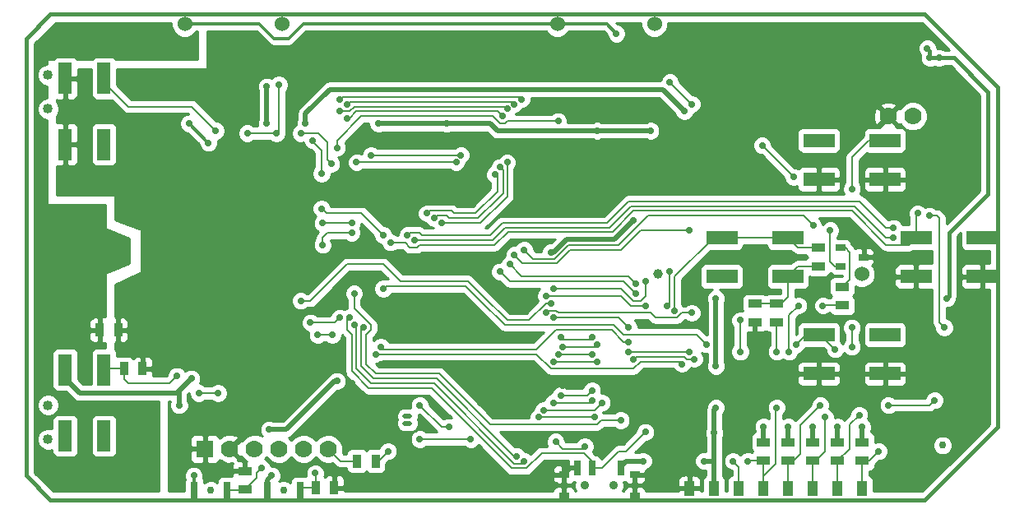
<source format=gbl>
G04 (created by PCBNEW-RS274X (2012-jan-04)-testing) date Wed 23 May 2012 23:15:24 BST*
G01*
G70*
G90*
%MOIN*%
G04 Gerber Fmt 3.4, Leading zero omitted, Abs format*
%FSLAX34Y34*%
G04 APERTURE LIST*
%ADD10C,0.006000*%
%ADD11C,0.015000*%
%ADD12R,0.039000X0.028000*%
%ADD13R,0.055000X0.035000*%
%ADD14R,0.035000X0.055000*%
%ADD15C,0.039400*%
%ADD16C,0.060000*%
%ADD17C,0.070000*%
%ADD18R,0.070000X0.070000*%
%ADD19R,0.055000X0.126000*%
%ADD20R,0.126000X0.055000*%
%ADD21R,0.044300X0.060000*%
%ADD22O,0.039400X0.017700*%
%ADD23C,0.040000*%
%ADD24R,0.031500X0.066900*%
%ADD25C,0.029500*%
%ADD26C,0.035400*%
%ADD27R,0.039400X0.031500*%
%ADD28R,0.027600X0.059100*%
%ADD29C,0.027600*%
%ADD30C,0.035000*%
%ADD31C,0.019700*%
%ADD32C,0.011800*%
%ADD33C,0.008000*%
%ADD34C,0.015700*%
%ADD35C,0.010000*%
G04 APERTURE END LIST*
G54D10*
G54D11*
X39369Y16733D02*
X39370Y16733D01*
X36417Y19685D02*
X39369Y16733D01*
X00984Y19685D02*
X00000Y18701D01*
X36417Y19685D02*
X00984Y19685D01*
X36417Y00000D02*
X39370Y02953D01*
X00000Y00984D02*
X00000Y00985D01*
X00984Y00000D02*
X00000Y00984D01*
X36417Y00000D02*
X00984Y00000D01*
X00000Y18701D02*
X00000Y00985D01*
X39370Y16733D02*
X39370Y02953D01*
G54D12*
X33937Y09843D03*
X32993Y09469D03*
X32993Y10217D03*
G54D13*
X29528Y07204D03*
X29528Y07954D03*
X30413Y07954D03*
X30413Y07204D03*
X29880Y02338D03*
X29880Y01588D03*
X30880Y02338D03*
X30880Y01588D03*
X31880Y02338D03*
X31880Y01588D03*
X32880Y02338D03*
X32880Y01588D03*
X33880Y02338D03*
X33880Y01588D03*
G54D14*
X03956Y05315D03*
X04706Y05315D03*
G54D13*
X08858Y00413D03*
X08858Y01163D03*
G54D14*
X11731Y00493D03*
X12481Y00493D03*
G54D13*
X33071Y07893D03*
X33071Y08643D03*
X32087Y10218D03*
X32087Y09468D03*
G54D14*
X13405Y01575D03*
X14155Y01575D03*
G54D15*
X25589Y09154D03*
G54D16*
X33858Y09154D03*
G54D17*
X35933Y15552D03*
X34933Y15552D03*
G54D18*
X07244Y02067D03*
G54D17*
X08244Y02067D03*
X09244Y02067D03*
X10244Y02067D03*
X11244Y02067D03*
X12244Y02067D03*
G54D16*
X21524Y19292D03*
X25461Y19292D03*
X10366Y19292D03*
X06429Y19292D03*
G54D14*
X02972Y06890D03*
X03722Y06890D03*
G54D19*
X03149Y02598D03*
X03149Y05276D03*
X01575Y05276D03*
X01575Y02598D03*
G54D20*
X28189Y09056D03*
X30867Y09056D03*
X30867Y10630D03*
X28189Y10630D03*
X36063Y09056D03*
X38741Y09056D03*
X38741Y10630D03*
X36063Y10630D03*
X32126Y12993D03*
X34804Y12993D03*
X34804Y14567D03*
X32126Y14567D03*
X32126Y05119D03*
X34804Y05119D03*
X34804Y06693D03*
X32126Y06693D03*
G54D19*
X01575Y17087D03*
X01575Y14409D03*
X03149Y14409D03*
X03149Y17087D03*
G54D21*
X26880Y00463D03*
X27880Y00463D03*
X28880Y00463D03*
X29880Y00463D03*
X30880Y00463D03*
X31880Y00463D03*
X32880Y00463D03*
X33880Y00463D03*
G54D22*
X15453Y03405D03*
X15453Y03091D03*
G54D23*
X00886Y03839D03*
X00886Y02461D03*
X00886Y17225D03*
X00886Y15847D03*
G54D24*
X06811Y00394D03*
X08149Y00394D03*
G54D25*
X07480Y00394D03*
G54D24*
X09764Y00394D03*
X11102Y00394D03*
G54D25*
X10433Y00394D03*
X37130Y02213D03*
G54D26*
X22637Y00591D03*
X23819Y00591D03*
G54D27*
X24665Y00158D03*
X24665Y01024D03*
X21791Y01024D03*
X21791Y00158D03*
G54D28*
X24114Y01280D03*
X22933Y01280D03*
X22342Y01280D03*
G54D29*
X25295Y14961D03*
X27953Y05414D03*
X25000Y01575D03*
X23130Y14961D03*
X17028Y15256D03*
X14272Y15256D03*
X09941Y00985D03*
X27953Y08170D03*
X12599Y04823D03*
X27461Y01575D03*
X33880Y02963D03*
X21260Y10040D03*
X31880Y02963D03*
X24606Y11319D03*
X07382Y14469D03*
X06201Y03839D03*
X30880Y02963D03*
X09843Y02855D03*
X27953Y03741D03*
X27880Y02713D03*
X29880Y02963D03*
X06595Y15256D03*
X06791Y00985D03*
X32880Y02963D03*
X06693Y04922D03*
X08957Y14863D03*
X10236Y16831D03*
X10138Y14863D03*
X12362Y13622D03*
X11122Y14863D03*
X26083Y16930D03*
X26969Y16044D03*
X21358Y07382D03*
X24410Y06989D03*
X14370Y06201D03*
X24410Y06398D03*
X13189Y10827D03*
X12008Y10335D03*
X12008Y11221D03*
X13189Y11221D03*
X36811Y04036D03*
X21063Y08268D03*
X25099Y07874D03*
X34941Y03839D03*
X33465Y06989D03*
X33465Y06201D03*
X26280Y07678D03*
X13091Y07382D03*
X25099Y02756D03*
X23917Y18898D03*
X27067Y05709D03*
X30413Y06004D03*
X20768Y03347D03*
X23032Y03347D03*
X24606Y05709D03*
X21457Y02363D03*
X18012Y02461D03*
X15945Y02461D03*
X28642Y01575D03*
X14665Y01969D03*
X22638Y02166D03*
X22933Y04036D03*
X21358Y03937D03*
X19193Y13485D03*
X16536Y11418D03*
X18996Y13189D03*
X16240Y11615D03*
X13386Y13682D03*
X17421Y13682D03*
X16831Y11221D03*
X19488Y13682D03*
X17618Y13977D03*
X13976Y13977D03*
X15945Y03839D03*
X25984Y07874D03*
X26083Y09252D03*
X17126Y02953D03*
X19193Y09252D03*
X24705Y08367D03*
X19784Y09941D03*
X26870Y10926D03*
X31890Y11122D03*
X20177Y10138D03*
X24705Y08760D03*
X19587Y09548D03*
X25099Y08859D03*
X21358Y08563D03*
X35138Y10630D03*
X15748Y10532D03*
X15453Y10729D03*
X35138Y11024D03*
X14173Y05906D03*
X26575Y05512D03*
X26673Y15748D03*
X11319Y15256D03*
X09744Y16751D03*
X09744Y15256D03*
X26870Y06004D03*
X23327Y03937D03*
X24410Y06004D03*
X28937Y07284D03*
X28937Y06004D03*
X20965Y03642D03*
X11713Y01083D03*
X12402Y06693D03*
X11811Y06693D03*
X09547Y01280D03*
X23130Y05611D03*
X20079Y16241D03*
X21358Y05611D03*
X12697Y16241D03*
X21555Y15355D03*
X12599Y14272D03*
X22933Y04430D03*
X21654Y04233D03*
X23130Y06300D03*
X12697Y15748D03*
X21752Y06201D03*
X19488Y15847D03*
X21654Y06595D03*
X19291Y15552D03*
X22933Y06595D03*
X12992Y15453D03*
X11516Y07185D03*
X12697Y07382D03*
X12992Y16044D03*
X21555Y05906D03*
X19784Y16044D03*
X22933Y05906D03*
X36614Y17914D03*
X37303Y08170D03*
X37008Y17914D03*
X36516Y18307D03*
X35433Y17638D03*
X30856Y12559D03*
X21752Y04626D03*
X08760Y03445D03*
X20079Y18800D03*
X11910Y17520D03*
X13189Y04725D03*
X05413Y05611D03*
X35138Y11713D03*
X12795Y01182D03*
X18406Y03937D03*
X29134Y13091D03*
X13878Y08957D03*
X08169Y04725D03*
X36380Y00963D03*
X11221Y17520D03*
X08957Y04725D03*
X09744Y04725D03*
X37599Y14370D03*
X34744Y08760D03*
X07973Y12993D03*
X16339Y18800D03*
X24606Y12894D03*
X32185Y16536D03*
X15551Y18800D03*
X24606Y13386D03*
X21457Y00591D03*
X06890Y05512D03*
X05315Y13977D03*
X14370Y05512D03*
X15551Y09744D03*
X33957Y13780D03*
X14764Y18800D03*
X20473Y04626D03*
X03937Y14075D03*
X38681Y04725D03*
X24803Y18209D03*
X13976Y18800D03*
X35039Y17619D03*
X12500Y05611D03*
X25295Y00689D03*
X20177Y05315D03*
X04429Y08662D03*
X12992Y02461D03*
X12402Y04036D03*
X37303Y12304D03*
X37303Y11811D03*
X06004Y09351D03*
X11221Y09646D03*
X36516Y07185D03*
X11024Y14272D03*
X34449Y16437D03*
X08169Y10926D03*
X33465Y18996D03*
X37992Y03052D03*
X13189Y18800D03*
X16831Y12993D03*
X20177Y08367D03*
X04232Y01280D03*
X01280Y11516D03*
X00591Y05709D03*
X02756Y08268D03*
X04724Y19095D03*
X00787Y09056D03*
X02559Y10926D03*
G54D30*
X03838Y10138D03*
G54D29*
X06102Y18603D03*
X04331Y03150D03*
X29823Y14370D03*
X31102Y13091D03*
X32579Y10926D03*
X24095Y03229D03*
X32382Y03347D03*
X14469Y10729D03*
X13287Y08367D03*
X11969Y13229D03*
X11614Y14567D03*
X11969Y11811D03*
X07677Y14961D03*
X31201Y06300D03*
X32185Y03839D03*
X14469Y08563D03*
X27559Y06300D03*
X32776Y06103D03*
X14764Y10433D03*
X36122Y11615D03*
X33760Y03445D03*
X21063Y07579D03*
X26969Y07579D03*
X32284Y07874D03*
X13681Y06989D03*
X19882Y01772D03*
X34547Y01969D03*
X36614Y11516D03*
X37205Y06989D03*
X11122Y08071D03*
X07776Y04331D03*
X06988Y04331D03*
X06102Y05020D03*
X21260Y07973D03*
X30413Y03741D03*
X29232Y01575D03*
X13287Y07087D03*
X30906Y06004D03*
X20177Y01575D03*
X31299Y07874D03*
X33465Y12599D03*
G54D31*
X21260Y10040D02*
X21379Y10040D01*
X24114Y01280D02*
X24114Y01378D01*
X21891Y10552D02*
X23839Y10552D01*
X19094Y14961D02*
X23130Y14961D01*
X23130Y14961D02*
X25295Y14961D01*
X27461Y01575D02*
X27880Y01575D01*
X24311Y01575D02*
X25000Y01575D01*
X01575Y05276D02*
X01575Y04921D01*
X21379Y10040D02*
X21891Y10552D01*
X01575Y04921D02*
X02165Y04331D01*
X27953Y08170D02*
X27953Y05414D01*
X24114Y01378D02*
X24311Y01575D01*
X02165Y04331D02*
X06102Y04331D01*
X18799Y15256D02*
X17028Y15256D01*
X18799Y15256D02*
X19094Y14961D01*
X06201Y04430D02*
X06201Y03839D01*
X31880Y02963D02*
X31880Y02338D01*
G54D32*
X06811Y00965D02*
X06811Y00394D01*
G54D31*
X17028Y15256D02*
X14272Y15256D01*
X06693Y04922D02*
X06201Y04430D01*
G54D32*
X07382Y14469D02*
X06595Y15256D01*
G54D31*
X24606Y11319D02*
X23839Y10552D01*
X10532Y02855D02*
X09843Y02855D01*
X30880Y02963D02*
X30880Y02338D01*
X27880Y02713D02*
X27880Y01575D01*
X12599Y04823D02*
X12500Y04823D01*
X09764Y00808D02*
X09941Y00985D01*
X12500Y04823D02*
X10532Y02855D01*
X06102Y04331D02*
X06693Y04922D01*
X27953Y03741D02*
X27880Y03668D01*
X29880Y02338D02*
X29880Y02963D01*
X09764Y00808D02*
X09764Y00394D01*
G54D32*
X06791Y00985D02*
X06811Y00965D01*
G54D31*
X32880Y02963D02*
X32880Y02338D01*
X27880Y01575D02*
X27880Y00463D01*
X27880Y03668D02*
X27880Y02713D01*
X33880Y02963D02*
X33880Y02338D01*
G54D33*
X09646Y14863D02*
X10138Y14863D01*
X09646Y14863D02*
X08957Y14863D01*
X10236Y14961D02*
X10138Y14863D01*
X12205Y14489D02*
X12205Y13779D01*
X12362Y13622D02*
X12303Y13681D01*
X12205Y13779D02*
X12362Y13622D01*
X11831Y14863D02*
X12205Y14489D01*
X11811Y14863D02*
X11831Y14863D01*
X10236Y16831D02*
X10236Y14961D01*
X11122Y14863D02*
X11811Y14863D01*
X26969Y16044D02*
X26083Y16930D01*
X21358Y07382D02*
X24016Y07382D01*
X24016Y07382D02*
X24409Y06989D01*
X24409Y06989D02*
X24410Y06989D01*
X23721Y06890D02*
X24213Y06398D01*
X21457Y06890D02*
X23721Y06890D01*
X20670Y06103D02*
X21457Y06890D01*
X14370Y06201D02*
X14468Y06103D01*
X14468Y06103D02*
X20670Y06103D01*
X24410Y06398D02*
X24213Y06398D01*
X13189Y10827D02*
X12204Y10827D01*
X12008Y10631D02*
X12204Y10827D01*
X12008Y10631D02*
X12008Y10335D01*
X12008Y11221D02*
X13189Y11221D01*
X21063Y08268D02*
X24114Y08268D01*
X24114Y08268D02*
X24508Y07874D01*
X24508Y07874D02*
X25099Y07874D01*
X36614Y03839D02*
X36811Y04036D01*
X34941Y03839D02*
X36614Y03839D01*
X33465Y06989D02*
X33465Y06201D01*
X13189Y06693D02*
X13189Y05217D01*
X20866Y01870D02*
X20866Y01871D01*
X20876Y01881D02*
X22608Y01881D01*
X22608Y01881D02*
X22933Y01556D01*
X23327Y01280D02*
X24016Y01969D01*
X20866Y01870D02*
X20276Y01280D01*
X16437Y04528D02*
X19685Y01280D01*
X26280Y09056D02*
X27854Y10630D01*
X26280Y07776D02*
X26280Y07874D01*
X13091Y07382D02*
X12992Y07283D01*
X12992Y06890D02*
X13189Y06693D01*
X20866Y01871D02*
X20876Y01881D01*
X22933Y01280D02*
X23327Y01280D01*
X26280Y07678D02*
X26280Y07776D01*
X12992Y07283D02*
X12992Y06890D01*
X19685Y01280D02*
X20276Y01280D01*
X27854Y10630D02*
X28189Y10630D01*
X24312Y01969D02*
X25099Y02756D01*
X26280Y08958D02*
X26280Y09056D01*
X26280Y08958D02*
X26280Y07874D01*
X22933Y01556D02*
X22933Y01280D01*
X24016Y01969D02*
X24312Y01969D01*
X31279Y10218D02*
X30867Y10630D01*
X13189Y05217D02*
X13878Y04528D01*
X30867Y10630D02*
X28189Y10630D01*
X13878Y04528D02*
X16437Y04528D01*
X32087Y10218D02*
X31279Y10218D01*
G54D32*
X23523Y19292D02*
X23917Y18898D01*
X11221Y19292D02*
X21524Y19292D01*
X10630Y18701D02*
X11221Y19292D01*
X06429Y19292D02*
X09449Y19292D01*
X10040Y18701D02*
X10630Y18701D01*
X09449Y19292D02*
X10040Y18701D01*
X21524Y19292D02*
X23523Y19292D01*
G54D33*
X26673Y05807D02*
X26772Y05708D01*
X26772Y05708D02*
X27066Y05708D01*
X20768Y03347D02*
X23032Y03347D01*
X30413Y06004D02*
X30413Y07204D01*
X24704Y05807D02*
X26673Y05807D01*
X27066Y05708D02*
X27067Y05709D01*
X24606Y05709D02*
X24704Y05807D01*
X18012Y02461D02*
X15945Y02461D01*
X14271Y01575D02*
X14155Y01575D01*
X21753Y02067D02*
X22539Y02067D01*
X28880Y00463D02*
X28880Y01337D01*
X28880Y01337D02*
X28642Y01575D01*
X22539Y02067D02*
X22638Y02166D01*
X21457Y02363D02*
X21753Y02067D01*
X14665Y01969D02*
X14271Y01575D01*
X22835Y03938D02*
X22835Y03937D01*
X22933Y04036D02*
X22835Y03938D01*
X21358Y03937D02*
X22835Y03937D01*
X19331Y12442D02*
X19331Y13347D01*
X16634Y11516D02*
X17028Y11516D01*
X19095Y12206D02*
X19331Y12442D01*
X19331Y13347D02*
X19193Y13485D01*
X16536Y11418D02*
X16634Y11516D01*
X17028Y11516D02*
X17126Y11418D01*
X17126Y11418D02*
X18307Y11418D01*
X18307Y11418D02*
X19095Y12206D01*
X19095Y12501D02*
X18209Y11615D01*
X18209Y11615D02*
X17323Y11615D01*
X17323Y11615D02*
X17225Y11713D01*
X17225Y11713D02*
X16338Y11713D01*
X16338Y11713D02*
X16240Y11615D01*
X18996Y13189D02*
X19095Y13090D01*
X19095Y13090D02*
X19095Y12501D01*
X14173Y13682D02*
X13386Y13682D01*
X14173Y13682D02*
X17421Y13682D01*
X19390Y12205D02*
X19390Y12206D01*
X18406Y11221D02*
X16831Y11221D01*
X18406Y11221D02*
X19390Y12205D01*
X19390Y12206D02*
X19488Y12304D01*
X19488Y12304D02*
X19488Y13682D01*
X13976Y13977D02*
X17618Y13977D01*
X16831Y02953D02*
X17126Y02953D01*
X15945Y03839D02*
X16831Y02953D01*
X26083Y07973D02*
X25984Y07874D01*
X26083Y08958D02*
X26083Y07973D01*
X26083Y09252D02*
X26083Y08958D01*
X19587Y08858D02*
X24214Y08858D01*
X24214Y08858D02*
X24705Y08367D01*
X19587Y08858D02*
X19193Y09252D01*
X24115Y10139D02*
X22028Y10139D01*
X24902Y10926D02*
X26870Y10926D01*
X20118Y09607D02*
X19784Y09941D01*
X22028Y10139D02*
X21496Y09607D01*
X24115Y10139D02*
X24902Y10926D01*
X21496Y09607D02*
X20118Y09607D01*
X20118Y09607D02*
X20158Y09607D01*
X31890Y11122D02*
X31496Y11516D01*
X20177Y10138D02*
X20551Y09764D01*
X21969Y10315D02*
X23995Y10315D01*
X31496Y11516D02*
X25196Y11516D01*
X20551Y09764D02*
X21418Y09764D01*
X21418Y09764D02*
X21969Y10315D01*
X24902Y11221D02*
X24901Y11221D01*
X24901Y11221D02*
X23995Y10315D01*
X25196Y11516D02*
X24901Y11221D01*
X24409Y09056D02*
X24705Y08760D01*
X19587Y09548D02*
X19587Y09547D01*
X20078Y09056D02*
X24409Y09056D01*
X19587Y09547D02*
X20078Y09056D01*
X24902Y08071D02*
X25099Y08268D01*
X24902Y08071D02*
X24607Y08071D01*
X24213Y08465D02*
X24607Y08071D01*
X21358Y08563D02*
X24114Y08563D01*
X24114Y08563D02*
X24212Y08465D01*
X24212Y08465D02*
X24213Y08465D01*
X25099Y08268D02*
X25099Y08859D01*
X23622Y11024D02*
X24508Y11910D01*
X24508Y11910D02*
X33563Y11910D01*
X23622Y11024D02*
X22441Y11024D01*
X18898Y10532D02*
X19390Y11024D01*
X18898Y10532D02*
X15748Y10532D01*
X33662Y11811D02*
X33622Y11851D01*
X33662Y11811D02*
X34843Y10630D01*
X34843Y10630D02*
X35138Y10630D01*
X19390Y11024D02*
X22441Y11024D01*
X33563Y11910D02*
X34843Y10630D01*
X35138Y11024D02*
X34843Y11024D01*
X16043Y10729D02*
X18800Y10729D01*
X22343Y11221D02*
X19292Y11221D01*
X24410Y12107D02*
X33760Y12107D01*
X15945Y10827D02*
X16043Y10729D01*
X23524Y11221D02*
X24410Y12107D01*
X19292Y11221D02*
X18800Y10729D01*
X33819Y12048D02*
X33859Y12008D01*
X34843Y11024D02*
X33859Y12008D01*
X15453Y10729D02*
X15551Y10827D01*
X33760Y12107D02*
X34843Y11024D01*
X15551Y10827D02*
X15945Y10827D01*
X22343Y11221D02*
X23504Y11221D01*
X23504Y11221D02*
X23524Y11221D01*
X21260Y05315D02*
X24606Y05315D01*
X20276Y05906D02*
X20669Y05906D01*
X20669Y05906D02*
X21260Y05315D01*
X24606Y05315D02*
X24902Y05611D01*
X24902Y05611D02*
X26476Y05611D01*
X14173Y05906D02*
X20276Y05906D01*
X26476Y05611D02*
X26575Y05512D01*
G54D31*
X25787Y16634D02*
X26673Y15748D01*
X11319Y15256D02*
X11319Y15650D01*
X11319Y15650D02*
X12303Y16634D01*
X25787Y16634D02*
X12303Y16634D01*
X09744Y16751D02*
X09744Y15256D01*
G54D33*
X23032Y03642D02*
X23327Y03937D01*
X28937Y07284D02*
X28937Y06004D01*
X24410Y06004D02*
X26870Y06004D01*
X20965Y03642D02*
X23032Y03642D01*
X11731Y00493D02*
X11201Y00493D01*
X11201Y00493D02*
X11102Y00394D01*
X11731Y00493D02*
X11731Y01065D01*
X11731Y01065D02*
X11713Y01083D01*
X08839Y00394D02*
X08858Y00413D01*
X09547Y01280D02*
X09350Y01083D01*
X09350Y00905D02*
X08858Y00413D01*
X08149Y00394D02*
X08839Y00394D01*
X09350Y01083D02*
X09350Y00905D01*
X12402Y06693D02*
X11811Y06693D01*
X19981Y16339D02*
X12795Y16339D01*
X20079Y16241D02*
X19981Y16339D01*
X21358Y05611D02*
X23130Y05611D01*
X12795Y16339D02*
X12697Y16241D01*
X19194Y15256D02*
X18898Y15552D01*
X13583Y15552D02*
X12599Y14568D01*
X22736Y04233D02*
X22933Y04430D01*
X18898Y15552D02*
X13583Y15552D01*
X21555Y15355D02*
X19488Y15355D01*
X19488Y15355D02*
X19389Y15256D01*
X19389Y15256D02*
X19194Y15256D01*
X21654Y04233D02*
X22736Y04233D01*
X12599Y14568D02*
X12599Y14272D01*
X23032Y06201D02*
X23130Y06299D01*
X19488Y15847D02*
X19390Y15945D01*
X13288Y15945D02*
X13091Y15748D01*
X23130Y06299D02*
X23130Y06300D01*
X21752Y06201D02*
X23032Y06201D01*
X13091Y15748D02*
X12697Y15748D01*
X19390Y15945D02*
X13288Y15945D01*
X19291Y15552D02*
X19095Y15748D01*
X12992Y15453D02*
X13091Y15453D01*
X13091Y15453D02*
X13386Y15748D01*
X21654Y06595D02*
X21753Y06496D01*
X13386Y15748D02*
X19095Y15748D01*
X21753Y06496D02*
X22834Y06496D01*
X22834Y06496D02*
X22933Y06595D01*
X11516Y07185D02*
X12500Y07185D01*
X12500Y07185D02*
X12697Y07382D01*
X21555Y05906D02*
X22933Y05906D01*
X19784Y16044D02*
X19686Y16142D01*
X13090Y16142D02*
X12992Y16044D01*
X19686Y16142D02*
X13090Y16142D01*
G54D34*
X37402Y08269D02*
X37402Y10828D01*
X36614Y18209D02*
X36516Y18307D01*
X37303Y08170D02*
X37402Y08269D01*
X38976Y12402D02*
X38976Y16536D01*
X37008Y17914D02*
X37598Y17914D01*
X38976Y16536D02*
X37598Y17914D01*
X37402Y10828D02*
X38976Y12402D01*
X36614Y17914D02*
X36614Y18209D01*
X36614Y17914D02*
X37008Y17914D01*
G54D31*
X22047Y01280D02*
X21791Y01024D01*
X24606Y13386D02*
X24606Y12894D01*
X22342Y01280D02*
X22047Y01280D01*
X24665Y00158D02*
X24665Y01024D01*
X21791Y01024D02*
X21791Y00158D01*
G54D32*
X37303Y11811D02*
X37303Y12304D01*
G54D33*
X13405Y01575D02*
X12736Y01575D01*
X12736Y01575D02*
X12244Y02067D01*
X33189Y10217D02*
X33366Y10040D01*
X32993Y10217D02*
X33189Y10217D01*
X33366Y08938D02*
X33071Y08643D01*
X33366Y10040D02*
X33366Y08938D01*
X29823Y14370D02*
X31102Y13091D01*
X32579Y09646D02*
X32579Y10926D01*
X32756Y09469D02*
X32579Y09646D01*
X32756Y09469D02*
X32993Y09469D01*
X14469Y10728D02*
X14469Y10729D01*
X23307Y03229D02*
X24095Y03229D01*
X18799Y03052D02*
X23071Y03052D01*
X16732Y05119D02*
X18799Y03052D01*
X23130Y03052D02*
X23307Y03229D01*
X13287Y07776D02*
X13287Y08367D01*
X13780Y06201D02*
X13780Y06694D01*
X13976Y07087D02*
X13287Y07776D01*
X13976Y06890D02*
X13976Y07087D01*
X13780Y05512D02*
X14173Y05119D01*
X13780Y05512D02*
X13780Y06201D01*
X13780Y06694D02*
X13976Y06890D01*
X14173Y05119D02*
X16732Y05119D01*
X04135Y15945D02*
X06693Y15945D01*
X11969Y14174D02*
X11614Y14529D01*
X11614Y14529D02*
X11614Y14567D01*
X11969Y13229D02*
X11969Y14174D01*
X12362Y11615D02*
X12165Y11615D01*
X03149Y17087D02*
X03149Y16931D01*
X31880Y01588D02*
X32001Y01588D01*
X32001Y01588D02*
X32382Y01969D01*
X32382Y01969D02*
X32382Y03347D01*
X12165Y11615D02*
X11969Y11811D01*
X14469Y10729D02*
X14469Y10728D01*
X31880Y01588D02*
X31880Y00463D01*
X23071Y03052D02*
X23130Y03052D01*
X14469Y10729D02*
X14469Y10728D01*
X12362Y11615D02*
X13582Y11615D01*
X03149Y16931D02*
X04135Y15945D01*
X07677Y14961D02*
X06693Y15945D01*
X13582Y11615D02*
X14469Y10728D01*
X30880Y01588D02*
X30880Y00463D01*
X31115Y01588D02*
X31380Y01853D01*
X31594Y06693D02*
X31201Y06300D01*
X32186Y06693D02*
X32126Y06693D01*
X17815Y08662D02*
X18406Y08071D01*
X24213Y06693D02*
X27166Y06693D01*
X14469Y08563D02*
X14568Y08662D01*
X14568Y08662D02*
X17815Y08662D01*
X19390Y07087D02*
X23819Y07087D01*
X18406Y08071D02*
X19390Y07087D01*
X23819Y07087D02*
X24213Y06693D01*
X32776Y06103D02*
X32186Y06693D01*
X31380Y01853D02*
X31380Y03034D01*
X30880Y01588D02*
X31115Y01588D01*
X32126Y06693D02*
X31594Y06693D01*
X31380Y03034D02*
X32185Y03839D01*
X27166Y06693D02*
X27559Y06300D01*
X36063Y11556D02*
X36063Y10630D01*
X24606Y11713D02*
X33465Y11713D01*
X36063Y10630D02*
X35531Y10630D01*
X15847Y10237D02*
X15551Y10237D01*
X35768Y10335D02*
X36063Y10630D01*
X23760Y10867D02*
X24606Y11713D01*
X15925Y10315D02*
X15847Y10237D01*
X33465Y11713D02*
X34843Y10335D01*
X34843Y10335D02*
X35768Y10335D01*
X33366Y03052D02*
X33366Y02074D01*
X15551Y10237D02*
X15355Y10433D01*
X15355Y10433D02*
X14764Y10433D01*
X18976Y10315D02*
X15925Y10315D01*
X19528Y10867D02*
X23760Y10867D01*
X32880Y01588D02*
X32880Y00463D01*
X36122Y11615D02*
X36063Y11556D01*
X33367Y03052D02*
X33760Y03445D01*
X33366Y02074D02*
X32880Y01588D01*
X18976Y10315D02*
X19528Y10867D01*
X33366Y03052D02*
X33367Y03052D01*
X21161Y07678D02*
X21456Y07678D01*
X26575Y07579D02*
X26969Y07579D01*
X21456Y07678D02*
X21555Y07579D01*
X25492Y07382D02*
X25295Y07579D01*
X26378Y07382D02*
X25492Y07382D01*
X21555Y07579D02*
X25295Y07579D01*
X21063Y07579D02*
X21161Y07677D01*
X32284Y07874D02*
X32284Y07893D01*
X32284Y07893D02*
X33071Y07893D01*
X26575Y07579D02*
X26378Y07382D01*
X21161Y07677D02*
X21161Y07678D01*
X16634Y04921D02*
X19685Y01870D01*
X19784Y01772D02*
X19882Y01772D01*
X13583Y06891D02*
X13681Y06989D01*
X33880Y01588D02*
X33880Y00463D01*
X16634Y04922D02*
X16634Y04921D01*
X34166Y01588D02*
X34547Y01969D01*
X13583Y05414D02*
X13583Y06891D01*
X13583Y05414D02*
X14075Y04922D01*
X19685Y01870D02*
X19686Y01870D01*
X14075Y04922D02*
X16634Y04922D01*
X33880Y01588D02*
X34166Y01588D01*
X19686Y01870D02*
X19784Y01772D01*
X37008Y11418D02*
X37008Y07186D01*
X36910Y11516D02*
X37008Y11418D01*
X37008Y07186D02*
X37205Y06989D01*
X36614Y11516D02*
X36910Y11516D01*
X14468Y09548D02*
X15157Y08859D01*
X11516Y08071D02*
X12303Y08858D01*
X17913Y08859D02*
X18504Y08268D01*
X12303Y08858D02*
X12303Y08859D01*
X17913Y08859D02*
X15157Y08859D01*
X12992Y09548D02*
X14468Y09548D01*
X03956Y04903D02*
X03956Y05315D01*
X07776Y04331D02*
X06988Y04331D01*
X12303Y08859D02*
X12992Y09548D01*
X06102Y05020D02*
X05807Y04725D01*
X11516Y08071D02*
X11122Y08071D01*
X05807Y04725D02*
X04134Y04725D01*
X04134Y04725D02*
X03956Y04903D01*
X20374Y07284D02*
X19488Y07284D01*
X19488Y07284D02*
X18504Y08268D01*
X03188Y05315D02*
X03149Y05276D01*
X03956Y05315D02*
X03188Y05315D01*
X21260Y07973D02*
X21063Y07973D01*
X21063Y07973D02*
X20374Y07284D01*
X13976Y04725D02*
X16536Y04725D01*
X30906Y06004D02*
X30906Y07481D01*
X29245Y01588D02*
X29880Y01588D01*
X13386Y05315D02*
X13976Y04725D01*
X13385Y06989D02*
X13386Y06989D01*
X29232Y01575D02*
X29245Y01588D01*
X20177Y01575D02*
X20079Y01477D01*
X13287Y07087D02*
X13385Y06989D01*
X29880Y00463D02*
X29880Y00963D01*
X19686Y01575D02*
X19685Y01575D01*
X29880Y00963D02*
X30380Y01463D01*
X19784Y01477D02*
X19686Y01575D01*
X20079Y01477D02*
X19784Y01477D01*
X30380Y03741D02*
X30413Y03741D01*
X13386Y05315D02*
X13386Y06989D01*
X30906Y07481D02*
X31299Y07874D01*
X30380Y01463D02*
X30380Y03741D01*
X34804Y14567D02*
X34153Y14567D01*
X34153Y14567D02*
X33465Y13879D01*
X33465Y13879D02*
X33465Y12599D01*
X16536Y04724D02*
X19685Y01575D01*
X16536Y04725D02*
X16536Y04724D01*
X29880Y01588D02*
X29880Y00463D01*
X32087Y09468D02*
X31279Y09468D01*
X31279Y09468D02*
X30867Y09056D01*
X30591Y07954D02*
X30867Y08230D01*
X30867Y08230D02*
X30867Y09056D01*
X30413Y07954D02*
X30591Y07954D01*
X30413Y07954D02*
X29528Y07954D01*
G54D10*
G36*
X22392Y01230D02*
X22292Y01230D01*
X22292Y01330D01*
X22392Y01330D01*
X22392Y01230D01*
X22392Y01230D01*
G37*
G54D35*
X22392Y01230D02*
X22292Y01230D01*
X22292Y01330D01*
X22392Y01330D01*
X22392Y01230D01*
G54D10*
G36*
X38648Y12538D02*
X37298Y11188D01*
X37298Y11418D01*
X37276Y11529D01*
X37213Y11623D01*
X37115Y11721D01*
X37021Y11784D01*
X36910Y11806D01*
X36871Y11806D01*
X36833Y11844D01*
X36691Y11903D01*
X36537Y11903D01*
X36532Y11901D01*
X36532Y15433D01*
X36532Y15671D01*
X36441Y15891D01*
X36272Y16060D01*
X36052Y16151D01*
X35814Y16151D01*
X35594Y16060D01*
X35425Y15891D01*
X35417Y15872D01*
X35347Y15895D01*
X35276Y15824D01*
X35276Y15966D01*
X35243Y16065D01*
X35024Y16145D01*
X34789Y16134D01*
X34623Y16065D01*
X34590Y15966D01*
X34933Y15623D01*
X35276Y15966D01*
X35276Y15824D01*
X35004Y15552D01*
X35347Y15209D01*
X35417Y15233D01*
X35425Y15213D01*
X35594Y15044D01*
X35814Y14953D01*
X36052Y14953D01*
X36272Y15044D01*
X36441Y15213D01*
X36532Y15433D01*
X36532Y11901D01*
X36426Y11858D01*
X36341Y11943D01*
X36199Y12002D01*
X36045Y12002D01*
X35903Y11943D01*
X35794Y11834D01*
X35735Y11692D01*
X35735Y11538D01*
X35773Y11447D01*
X35773Y11154D01*
X35684Y11154D01*
X35684Y12881D01*
X35684Y13105D01*
X35683Y13219D01*
X35683Y13318D01*
X35645Y13409D01*
X35575Y13479D01*
X35483Y13517D01*
X34916Y13518D01*
X34854Y13456D01*
X34854Y13043D01*
X35622Y13043D01*
X35684Y13105D01*
X35684Y12881D01*
X35622Y12943D01*
X34854Y12943D01*
X34854Y12530D01*
X34916Y12468D01*
X35483Y12469D01*
X35575Y12507D01*
X35645Y12577D01*
X35683Y12668D01*
X35683Y12767D01*
X35684Y12881D01*
X35684Y11154D01*
X35502Y11154D01*
X35466Y11243D01*
X35357Y11352D01*
X35215Y11411D01*
X35061Y11411D01*
X34923Y11354D01*
X34754Y11523D01*
X34754Y12530D01*
X34754Y12943D01*
X34754Y13043D01*
X34754Y13456D01*
X34692Y13518D01*
X34125Y13517D01*
X34033Y13479D01*
X33963Y13409D01*
X33925Y13318D01*
X33925Y13219D01*
X33924Y13105D01*
X33986Y13043D01*
X34754Y13043D01*
X34754Y12943D01*
X33986Y12943D01*
X33924Y12881D01*
X33925Y12767D01*
X33925Y12668D01*
X33963Y12577D01*
X34033Y12507D01*
X34125Y12469D01*
X34692Y12468D01*
X34754Y12530D01*
X34754Y11523D01*
X34064Y12213D01*
X34024Y12253D01*
X33965Y12312D01*
X33871Y12375D01*
X33797Y12390D01*
X33852Y12522D01*
X33852Y12676D01*
X33793Y12818D01*
X33755Y12856D01*
X33755Y13759D01*
X34064Y14069D01*
X34124Y14043D01*
X34223Y14043D01*
X35483Y14043D01*
X35575Y14081D01*
X35645Y14151D01*
X35683Y14242D01*
X35683Y14341D01*
X35683Y14891D01*
X35645Y14983D01*
X35575Y15053D01*
X35484Y15091D01*
X35385Y15091D01*
X35260Y15091D01*
X35276Y15138D01*
X34933Y15481D01*
X34862Y15410D01*
X34862Y15552D01*
X34519Y15895D01*
X34420Y15862D01*
X34340Y15643D01*
X34351Y15408D01*
X34420Y15242D01*
X34519Y15209D01*
X34862Y15552D01*
X34862Y15410D01*
X34590Y15138D01*
X34605Y15091D01*
X34125Y15091D01*
X34033Y15053D01*
X33963Y14983D01*
X33925Y14892D01*
X33925Y14793D01*
X33925Y14749D01*
X33260Y14084D01*
X33197Y13990D01*
X33175Y13879D01*
X33175Y12856D01*
X33137Y12818D01*
X33078Y12676D01*
X33078Y12522D01*
X33129Y12397D01*
X33006Y12397D01*
X33006Y12881D01*
X33006Y13105D01*
X33005Y13219D01*
X33005Y13318D01*
X33005Y14242D01*
X33005Y14341D01*
X33005Y14891D01*
X32967Y14983D01*
X32897Y15053D01*
X32806Y15091D01*
X32707Y15091D01*
X31447Y15091D01*
X31355Y15053D01*
X31285Y14983D01*
X31247Y14892D01*
X31247Y14793D01*
X31247Y14243D01*
X31285Y14151D01*
X31355Y14081D01*
X31446Y14043D01*
X31545Y14043D01*
X32805Y14043D01*
X32897Y14081D01*
X32967Y14151D01*
X33005Y14242D01*
X33005Y13318D01*
X32967Y13409D01*
X32897Y13479D01*
X32805Y13517D01*
X32238Y13518D01*
X32176Y13456D01*
X32176Y13043D01*
X32944Y13043D01*
X33006Y13105D01*
X33006Y12881D01*
X32944Y12943D01*
X32176Y12943D01*
X32176Y12530D01*
X32238Y12468D01*
X32805Y12469D01*
X32897Y12507D01*
X32967Y12577D01*
X33005Y12668D01*
X33005Y12767D01*
X33006Y12881D01*
X33006Y12397D01*
X32076Y12397D01*
X32076Y12530D01*
X32076Y12893D01*
X32076Y12943D01*
X32076Y13043D01*
X32076Y13093D01*
X32076Y13456D01*
X32014Y13518D01*
X31447Y13517D01*
X31355Y13479D01*
X31302Y13427D01*
X31179Y13478D01*
X31125Y13478D01*
X30210Y14394D01*
X30210Y14447D01*
X30151Y14589D01*
X30042Y14698D01*
X29900Y14757D01*
X29746Y14757D01*
X29604Y14698D01*
X29495Y14589D01*
X29436Y14447D01*
X29436Y14293D01*
X29495Y14151D01*
X29604Y14042D01*
X29746Y13983D01*
X29799Y13983D01*
X30715Y13068D01*
X30715Y13014D01*
X30774Y12872D01*
X30883Y12763D01*
X31025Y12704D01*
X31179Y12704D01*
X31247Y12733D01*
X31247Y12668D01*
X31285Y12577D01*
X31355Y12507D01*
X31447Y12469D01*
X32014Y12468D01*
X32076Y12530D01*
X32076Y12397D01*
X27356Y12397D01*
X27356Y15967D01*
X27356Y16121D01*
X27297Y16263D01*
X27188Y16372D01*
X27046Y16431D01*
X26992Y16431D01*
X26470Y16953D01*
X26470Y17007D01*
X26411Y17149D01*
X26302Y17258D01*
X26160Y17317D01*
X26006Y17317D01*
X25864Y17258D01*
X25755Y17149D01*
X25696Y17007D01*
X25696Y16982D01*
X12303Y16982D01*
X12170Y16956D01*
X12057Y16880D01*
X11073Y15896D01*
X10997Y15784D01*
X10971Y15650D01*
X10971Y15427D01*
X10932Y15333D01*
X10932Y15204D01*
X10903Y15191D01*
X10794Y15082D01*
X10735Y14940D01*
X10735Y14786D01*
X10794Y14644D01*
X10903Y14535D01*
X11045Y14476D01*
X11199Y14476D01*
X11227Y14488D01*
X11286Y14348D01*
X11395Y14239D01*
X11537Y14180D01*
X11553Y14180D01*
X11679Y14054D01*
X11679Y13486D01*
X11641Y13448D01*
X11582Y13306D01*
X11582Y13152D01*
X11641Y13010D01*
X11750Y12901D01*
X11892Y12842D01*
X12046Y12842D01*
X12188Y12901D01*
X12297Y13010D01*
X12356Y13152D01*
X12356Y13235D01*
X12439Y13235D01*
X12581Y13294D01*
X12690Y13403D01*
X12749Y13545D01*
X12749Y13699D01*
X12690Y13841D01*
X12646Y13885D01*
X12676Y13885D01*
X12818Y13944D01*
X12927Y14053D01*
X12986Y14195D01*
X12986Y14349D01*
X12928Y14488D01*
X13703Y15262D01*
X13885Y15262D01*
X13885Y15179D01*
X13944Y15037D01*
X14053Y14928D01*
X14195Y14869D01*
X14349Y14869D01*
X14442Y14908D01*
X16857Y14908D01*
X16951Y14869D01*
X17105Y14869D01*
X17198Y14908D01*
X18655Y14908D01*
X18848Y14715D01*
X18960Y14639D01*
X18961Y14639D01*
X19094Y14613D01*
X22959Y14613D01*
X23053Y14574D01*
X23207Y14574D01*
X23300Y14613D01*
X25124Y14613D01*
X25218Y14574D01*
X25372Y14574D01*
X25514Y14633D01*
X25623Y14742D01*
X25682Y14884D01*
X25682Y15038D01*
X25623Y15180D01*
X25514Y15289D01*
X25372Y15348D01*
X25218Y15348D01*
X25124Y15309D01*
X23300Y15309D01*
X23207Y15348D01*
X23053Y15348D01*
X22959Y15309D01*
X21942Y15309D01*
X21942Y15432D01*
X21883Y15574D01*
X21774Y15683D01*
X21632Y15742D01*
X21478Y15742D01*
X21336Y15683D01*
X21298Y15645D01*
X19823Y15645D01*
X19828Y15657D01*
X19861Y15657D01*
X20003Y15716D01*
X20112Y15825D01*
X20124Y15854D01*
X20156Y15854D01*
X20298Y15913D01*
X20407Y16022D01*
X20466Y16164D01*
X20466Y16286D01*
X25643Y16286D01*
X26305Y15624D01*
X26345Y15529D01*
X26454Y15420D01*
X26596Y15361D01*
X26750Y15361D01*
X26892Y15420D01*
X27001Y15529D01*
X27055Y15662D01*
X27188Y15716D01*
X27297Y15825D01*
X27356Y15967D01*
X27356Y12397D01*
X24410Y12397D01*
X24299Y12375D01*
X24205Y12312D01*
X24204Y12312D01*
X24204Y12311D01*
X23404Y11511D01*
X22343Y11511D01*
X19292Y11511D01*
X19181Y11489D01*
X19149Y11468D01*
X19086Y11426D01*
X18679Y11019D01*
X18614Y11019D01*
X19595Y12000D01*
X19595Y12001D01*
X19597Y12004D01*
X19693Y12099D01*
X19756Y12193D01*
X19777Y12304D01*
X19778Y12304D01*
X19778Y13425D01*
X19816Y13463D01*
X19875Y13605D01*
X19875Y13759D01*
X19816Y13901D01*
X19707Y14010D01*
X19565Y14069D01*
X19411Y14069D01*
X19269Y14010D01*
X19160Y13901D01*
X19147Y13872D01*
X19116Y13872D01*
X18974Y13813D01*
X18865Y13704D01*
X18806Y13562D01*
X18806Y13530D01*
X18777Y13517D01*
X18668Y13408D01*
X18609Y13266D01*
X18609Y13112D01*
X18668Y12970D01*
X18777Y12861D01*
X18805Y12850D01*
X18805Y12621D01*
X18089Y11905D01*
X18005Y11905D01*
X18005Y13900D01*
X18005Y14054D01*
X17946Y14196D01*
X17837Y14305D01*
X17695Y14364D01*
X17541Y14364D01*
X17399Y14305D01*
X17361Y14267D01*
X14233Y14267D01*
X14195Y14305D01*
X14053Y14364D01*
X13899Y14364D01*
X13757Y14305D01*
X13648Y14196D01*
X13589Y14054D01*
X13589Y14017D01*
X13463Y14069D01*
X13309Y14069D01*
X13167Y14010D01*
X13058Y13901D01*
X12999Y13759D01*
X12999Y13605D01*
X13058Y13463D01*
X13167Y13354D01*
X13309Y13295D01*
X13463Y13295D01*
X13605Y13354D01*
X13643Y13392D01*
X14173Y13392D01*
X17164Y13392D01*
X17202Y13354D01*
X17344Y13295D01*
X17498Y13295D01*
X17640Y13354D01*
X17749Y13463D01*
X17808Y13605D01*
X17808Y13637D01*
X17837Y13649D01*
X17946Y13758D01*
X18005Y13900D01*
X18005Y11905D01*
X17443Y11905D01*
X17430Y11918D01*
X17336Y11981D01*
X17225Y12003D01*
X16338Y12003D01*
X16322Y12000D01*
X16317Y12002D01*
X16163Y12002D01*
X16021Y11943D01*
X15912Y11834D01*
X15853Y11692D01*
X15853Y11538D01*
X15912Y11396D01*
X16021Y11287D01*
X16163Y11228D01*
X16195Y11228D01*
X16208Y11199D01*
X16317Y11090D01*
X16459Y11031D01*
X16490Y11031D01*
X16495Y11019D01*
X16163Y11019D01*
X16150Y11032D01*
X16056Y11095D01*
X15945Y11117D01*
X15551Y11117D01*
X15535Y11114D01*
X15530Y11116D01*
X15376Y11116D01*
X15234Y11057D01*
X15125Y10948D01*
X15066Y10806D01*
X15066Y10723D01*
X15021Y10723D01*
X14983Y10761D01*
X14852Y10816D01*
X14797Y10948D01*
X14688Y11057D01*
X14546Y11116D01*
X14491Y11116D01*
X13787Y11820D01*
X13693Y11883D01*
X13582Y11905D01*
X12362Y11905D01*
X12348Y11905D01*
X12297Y12030D01*
X12188Y12139D01*
X12046Y12198D01*
X11892Y12198D01*
X11750Y12139D01*
X11641Y12030D01*
X11582Y11888D01*
X11582Y11734D01*
X11641Y11592D01*
X11736Y11497D01*
X11680Y11440D01*
X11621Y11298D01*
X11621Y11144D01*
X11680Y11002D01*
X11789Y10893D01*
X11839Y10873D01*
X11803Y10836D01*
X11740Y10742D01*
X11718Y10631D01*
X11718Y10592D01*
X11680Y10554D01*
X11621Y10412D01*
X11621Y10258D01*
X11680Y10116D01*
X11789Y10007D01*
X11931Y09948D01*
X12085Y09948D01*
X12227Y10007D01*
X12336Y10116D01*
X12395Y10258D01*
X12395Y10412D01*
X12343Y10537D01*
X12932Y10537D01*
X12970Y10499D01*
X13112Y10440D01*
X13266Y10440D01*
X13408Y10499D01*
X13517Y10608D01*
X13576Y10750D01*
X13576Y10904D01*
X13526Y11024D01*
X13576Y11144D01*
X13576Y11211D01*
X14082Y10705D01*
X14082Y10652D01*
X14141Y10510D01*
X14250Y10401D01*
X14380Y10347D01*
X14436Y10214D01*
X14545Y10105D01*
X14687Y10046D01*
X14841Y10046D01*
X14983Y10105D01*
X15021Y10143D01*
X15235Y10143D01*
X15346Y10032D01*
X15440Y09969D01*
X15551Y09947D01*
X15847Y09947D01*
X15958Y09969D01*
X16041Y10025D01*
X18976Y10025D01*
X19087Y10047D01*
X19181Y10110D01*
X19648Y10577D01*
X21424Y10577D01*
X21274Y10427D01*
X21183Y10427D01*
X21041Y10368D01*
X20932Y10259D01*
X20873Y10117D01*
X20873Y10054D01*
X20671Y10054D01*
X20564Y10161D01*
X20564Y10215D01*
X20505Y10357D01*
X20396Y10466D01*
X20254Y10525D01*
X20100Y10525D01*
X19958Y10466D01*
X19849Y10357D01*
X19836Y10328D01*
X19707Y10328D01*
X19565Y10269D01*
X19456Y10160D01*
X19397Y10018D01*
X19397Y09889D01*
X19368Y09876D01*
X19259Y09767D01*
X19205Y09639D01*
X19116Y09639D01*
X18974Y09580D01*
X18865Y09471D01*
X18806Y09329D01*
X18806Y09175D01*
X18865Y09033D01*
X18974Y08924D01*
X19116Y08865D01*
X19170Y08865D01*
X19382Y08653D01*
X19476Y08590D01*
X19587Y08568D01*
X20816Y08568D01*
X20735Y08487D01*
X20676Y08345D01*
X20676Y08191D01*
X20733Y08054D01*
X20254Y07574D01*
X19608Y07574D01*
X18709Y08473D01*
X18708Y08474D01*
X18118Y09064D01*
X18024Y09127D01*
X17913Y09149D01*
X15277Y09149D01*
X14673Y09753D01*
X14579Y09816D01*
X14468Y09838D01*
X12992Y09838D01*
X12881Y09816D01*
X12787Y09753D01*
X12098Y09064D01*
X12095Y09061D01*
X11396Y08361D01*
X11379Y08361D01*
X11341Y08399D01*
X11199Y08458D01*
X11045Y08458D01*
X10903Y08399D01*
X10794Y08290D01*
X10735Y08148D01*
X10735Y07994D01*
X10794Y07852D01*
X10903Y07743D01*
X11045Y07684D01*
X11199Y07684D01*
X11341Y07743D01*
X11379Y07781D01*
X11516Y07781D01*
X11627Y07803D01*
X11721Y07866D01*
X12507Y08652D01*
X12507Y08653D01*
X12508Y08653D01*
X12508Y08654D01*
X12509Y08656D01*
X12510Y08657D01*
X13112Y09258D01*
X14348Y09258D01*
X14654Y08952D01*
X14568Y08952D01*
X14549Y08949D01*
X14546Y08950D01*
X14392Y08950D01*
X14250Y08891D01*
X14141Y08782D01*
X14082Y08640D01*
X14082Y08486D01*
X14141Y08344D01*
X14250Y08235D01*
X14392Y08176D01*
X14546Y08176D01*
X14688Y08235D01*
X14797Y08344D01*
X14808Y08372D01*
X17695Y08372D01*
X18200Y07867D01*
X18201Y07866D01*
X19185Y06882D01*
X19279Y06819D01*
X19390Y06797D01*
X20954Y06797D01*
X20550Y06393D01*
X14709Y06393D01*
X14698Y06420D01*
X14589Y06529D01*
X14447Y06588D01*
X14293Y06588D01*
X14151Y06529D01*
X14070Y06448D01*
X14070Y06574D01*
X14181Y06685D01*
X14244Y06779D01*
X14266Y06890D01*
X14266Y07087D01*
X14244Y07198D01*
X14181Y07292D01*
X13577Y07896D01*
X13577Y08110D01*
X13615Y08148D01*
X13674Y08290D01*
X13674Y08444D01*
X13615Y08586D01*
X13506Y08695D01*
X13364Y08754D01*
X13210Y08754D01*
X13068Y08695D01*
X12959Y08586D01*
X12900Y08444D01*
X12900Y08290D01*
X12959Y08148D01*
X12997Y08110D01*
X12997Y07776D01*
X12999Y07764D01*
X12894Y07720D01*
X12774Y07769D01*
X12620Y07769D01*
X12478Y07710D01*
X12369Y07601D01*
X12316Y07475D01*
X11773Y07475D01*
X11735Y07513D01*
X11593Y07572D01*
X11439Y07572D01*
X11297Y07513D01*
X11188Y07404D01*
X11129Y07262D01*
X11129Y07108D01*
X11188Y06966D01*
X11297Y06857D01*
X11436Y06800D01*
X11424Y06770D01*
X11424Y06616D01*
X11483Y06474D01*
X11592Y06365D01*
X11734Y06306D01*
X11888Y06306D01*
X12030Y06365D01*
X12068Y06403D01*
X12145Y06403D01*
X12183Y06365D01*
X12325Y06306D01*
X12479Y06306D01*
X12621Y06365D01*
X12730Y06474D01*
X12789Y06616D01*
X12789Y06683D01*
X12899Y06573D01*
X12899Y05217D01*
X12921Y05106D01*
X12984Y05012D01*
X13673Y04323D01*
X13767Y04260D01*
X13878Y04238D01*
X16317Y04238D01*
X17223Y03332D01*
X17203Y03340D01*
X17049Y03340D01*
X16911Y03283D01*
X16332Y03862D01*
X16332Y03916D01*
X16273Y04058D01*
X16164Y04167D01*
X16022Y04226D01*
X15868Y04226D01*
X15726Y04167D01*
X15617Y04058D01*
X15558Y03916D01*
X15558Y03762D01*
X15568Y03737D01*
X15504Y03737D01*
X15270Y03737D01*
X15148Y03686D01*
X15055Y03593D01*
X15004Y03471D01*
X15004Y03339D01*
X15042Y03248D01*
X15004Y03157D01*
X15004Y03025D01*
X15055Y02903D01*
X15148Y02810D01*
X15270Y02759D01*
X15402Y02759D01*
X15636Y02759D01*
X15758Y02810D01*
X15851Y02903D01*
X15902Y03025D01*
X15902Y03157D01*
X15863Y03248D01*
X15902Y03339D01*
X15902Y03452D01*
X15922Y03452D01*
X16623Y02751D01*
X16202Y02751D01*
X16164Y02789D01*
X16022Y02848D01*
X15868Y02848D01*
X15726Y02789D01*
X15617Y02680D01*
X15558Y02538D01*
X15558Y02384D01*
X15617Y02242D01*
X15726Y02133D01*
X15868Y02074D01*
X16022Y02074D01*
X16164Y02133D01*
X16202Y02171D01*
X17755Y02171D01*
X17793Y02133D01*
X17935Y02074D01*
X18089Y02074D01*
X18231Y02133D01*
X18326Y02229D01*
X19480Y01075D01*
X19574Y01012D01*
X19685Y00990D01*
X20276Y00990D01*
X20387Y01012D01*
X20481Y01075D01*
X20997Y01591D01*
X21955Y01591D01*
X21955Y01526D01*
X21954Y01431D01*
X21903Y01431D01*
X21841Y01369D01*
X21841Y01124D01*
X21841Y01074D01*
X21841Y00974D01*
X21841Y00924D01*
X21841Y00679D01*
X21903Y00617D01*
X22037Y00618D01*
X22129Y00656D01*
X22199Y00726D01*
X22202Y00736D01*
X22230Y00735D01*
X22237Y00743D01*
X22210Y00677D01*
X22210Y00507D01*
X22275Y00350D01*
X22278Y00346D01*
X22237Y00346D01*
X22237Y00365D01*
X22199Y00456D01*
X22129Y00526D01*
X22037Y00564D01*
X21903Y00565D01*
X21841Y00503D01*
X21841Y00346D01*
X21741Y00346D01*
X21741Y00503D01*
X21741Y00679D01*
X21741Y00974D01*
X21741Y01074D01*
X21741Y01369D01*
X21679Y01431D01*
X21545Y01430D01*
X21453Y01392D01*
X21383Y01322D01*
X21345Y01231D01*
X21345Y01135D01*
X21406Y01074D01*
X21741Y01074D01*
X21741Y00974D01*
X21406Y00974D01*
X21345Y00913D01*
X21345Y00817D01*
X21383Y00726D01*
X21453Y00656D01*
X21545Y00618D01*
X21679Y00617D01*
X21741Y00679D01*
X21741Y00503D01*
X21679Y00565D01*
X21545Y00564D01*
X21453Y00526D01*
X21383Y00456D01*
X21345Y00365D01*
X21345Y00346D01*
X12905Y00346D01*
X12906Y00381D01*
X12906Y00605D01*
X12905Y00719D01*
X12905Y00818D01*
X12867Y00909D01*
X12797Y00979D01*
X12705Y01017D01*
X12593Y01018D01*
X12531Y00956D01*
X12531Y00543D01*
X12844Y00543D01*
X12906Y00605D01*
X12906Y00381D01*
X12844Y00443D01*
X12581Y00443D01*
X12531Y00443D01*
X12431Y00443D01*
X12431Y00543D01*
X12431Y00593D01*
X12431Y00956D01*
X12369Y01018D01*
X12257Y01017D01*
X12165Y00979D01*
X12106Y00920D01*
X12076Y00950D01*
X12100Y01006D01*
X12100Y01160D01*
X12041Y01302D01*
X11932Y01411D01*
X11790Y01470D01*
X11636Y01470D01*
X11494Y01411D01*
X11385Y01302D01*
X11326Y01160D01*
X11326Y01006D01*
X11344Y00963D01*
X11309Y00977D01*
X11210Y00977D01*
X10896Y00977D01*
X10804Y00939D01*
X10734Y00869D01*
X10696Y00778D01*
X10696Y00691D01*
X10658Y00729D01*
X10512Y00790D01*
X10355Y00790D01*
X10249Y00747D01*
X10269Y00766D01*
X10328Y00908D01*
X10328Y01062D01*
X10269Y01204D01*
X10160Y01313D01*
X10018Y01372D01*
X09927Y01372D01*
X09875Y01499D01*
X09766Y01608D01*
X09671Y01648D01*
X09744Y01720D01*
X09905Y01559D01*
X10125Y01468D01*
X10363Y01468D01*
X10583Y01559D01*
X10744Y01720D01*
X10905Y01559D01*
X11125Y01468D01*
X11363Y01468D01*
X11583Y01559D01*
X11744Y01720D01*
X11905Y01559D01*
X12125Y01468D01*
X12363Y01468D01*
X12411Y01489D01*
X12530Y01370D01*
X12531Y01370D01*
X12593Y01329D01*
X12624Y01308D01*
X12625Y01307D01*
X12735Y01286D01*
X12736Y01285D01*
X12981Y01285D01*
X12981Y01251D01*
X13019Y01159D01*
X13089Y01089D01*
X13180Y01051D01*
X13279Y01051D01*
X13629Y01051D01*
X13721Y01089D01*
X13780Y01148D01*
X13839Y01089D01*
X13930Y01051D01*
X14029Y01051D01*
X14379Y01051D01*
X14471Y01089D01*
X14541Y01159D01*
X14579Y01250D01*
X14579Y01349D01*
X14579Y01473D01*
X14688Y01582D01*
X14742Y01582D01*
X14884Y01641D01*
X14993Y01750D01*
X15052Y01892D01*
X15052Y02046D01*
X14993Y02188D01*
X14884Y02297D01*
X14742Y02356D01*
X14588Y02356D01*
X14446Y02297D01*
X14337Y02188D01*
X14300Y02099D01*
X14281Y02099D01*
X13931Y02099D01*
X13839Y02061D01*
X13780Y02002D01*
X13721Y02061D01*
X13630Y02099D01*
X13531Y02099D01*
X13181Y02099D01*
X13089Y02061D01*
X13019Y01991D01*
X12981Y01900D01*
X12981Y01865D01*
X12856Y01865D01*
X12822Y01900D01*
X12843Y01948D01*
X12843Y02186D01*
X12752Y02406D01*
X12583Y02575D01*
X12363Y02666D01*
X12125Y02666D01*
X11905Y02575D01*
X11744Y02414D01*
X11583Y02575D01*
X11363Y02666D01*
X11125Y02666D01*
X10905Y02575D01*
X10744Y02414D01*
X10631Y02527D01*
X10665Y02533D01*
X10666Y02533D01*
X10778Y02609D01*
X12605Y04436D01*
X12676Y04436D01*
X12818Y04495D01*
X12927Y04604D01*
X12986Y04746D01*
X12986Y04900D01*
X12927Y05042D01*
X12818Y05151D01*
X12676Y05210D01*
X12522Y05210D01*
X12380Y05151D01*
X12375Y05147D01*
X12366Y05145D01*
X12254Y05069D01*
X10623Y03438D01*
X10623Y16754D01*
X10623Y16908D01*
X10564Y17050D01*
X10455Y17159D01*
X10313Y17218D01*
X10159Y17218D01*
X10017Y17159D01*
X09944Y17087D01*
X09821Y17138D01*
X09667Y17138D01*
X09525Y17079D01*
X09416Y16970D01*
X09357Y16828D01*
X09357Y16674D01*
X09396Y16581D01*
X09396Y15427D01*
X09357Y15333D01*
X09357Y15179D01*
X09367Y15153D01*
X09214Y15153D01*
X09176Y15191D01*
X09034Y15250D01*
X08880Y15250D01*
X08738Y15191D01*
X08629Y15082D01*
X08570Y14940D01*
X08570Y14786D01*
X08629Y14644D01*
X08738Y14535D01*
X08880Y14476D01*
X09034Y14476D01*
X09176Y14535D01*
X09214Y14573D01*
X09646Y14573D01*
X09881Y14573D01*
X09919Y14535D01*
X10061Y14476D01*
X10215Y14476D01*
X10357Y14535D01*
X10466Y14644D01*
X10525Y14786D01*
X10525Y14940D01*
X10522Y14946D01*
X10525Y14961D01*
X10526Y14961D01*
X10526Y16574D01*
X10564Y16612D01*
X10623Y16754D01*
X10623Y03438D01*
X10388Y03203D01*
X10013Y03203D01*
X09920Y03242D01*
X09766Y03242D01*
X09624Y03183D01*
X09515Y03074D01*
X09456Y02932D01*
X09456Y02778D01*
X09515Y02636D01*
X09571Y02580D01*
X09363Y02666D01*
X09125Y02666D01*
X08905Y02575D01*
X08736Y02406D01*
X08728Y02387D01*
X08658Y02410D01*
X08587Y02339D01*
X08315Y02067D01*
X08658Y01724D01*
X08728Y01748D01*
X08736Y01728D01*
X08905Y01559D01*
X08930Y01549D01*
X08908Y01526D01*
X08908Y01263D01*
X08908Y01213D01*
X08908Y01113D01*
X08808Y01113D01*
X08808Y01213D01*
X08808Y01526D01*
X08746Y01588D01*
X08632Y01587D01*
X08565Y01587D01*
X08587Y01653D01*
X08279Y01961D01*
X08244Y01996D01*
X08173Y02067D01*
X08244Y02138D01*
X08279Y02173D01*
X08587Y02481D01*
X08554Y02580D01*
X08335Y02660D01*
X08100Y02649D01*
X07934Y02580D01*
X07918Y02534D01*
X07883Y02569D01*
X07824Y02511D01*
X07805Y02558D01*
X07735Y02628D01*
X07643Y02666D01*
X07356Y02667D01*
X07294Y02605D01*
X07294Y02167D01*
X07294Y02117D01*
X07294Y02017D01*
X07294Y01967D01*
X07294Y01529D01*
X07356Y01467D01*
X07643Y01468D01*
X07735Y01506D01*
X07805Y01576D01*
X07824Y01624D01*
X07883Y01565D01*
X07918Y01601D01*
X07934Y01554D01*
X08153Y01474D01*
X08377Y01485D01*
X08372Y01479D01*
X08334Y01387D01*
X08333Y01275D01*
X08395Y01213D01*
X08808Y01213D01*
X08808Y01113D01*
X08758Y01113D01*
X08395Y01113D01*
X08333Y01051D01*
X08333Y00977D01*
X08257Y00977D01*
X07943Y00977D01*
X07851Y00939D01*
X07781Y00869D01*
X07743Y00778D01*
X07743Y00691D01*
X07705Y00729D01*
X07559Y00790D01*
X07402Y00790D01*
X07256Y00730D01*
X07217Y00691D01*
X07217Y00777D01*
X07194Y00833D01*
X07194Y01529D01*
X07194Y02017D01*
X07194Y02117D01*
X07194Y02605D01*
X07132Y02667D01*
X06845Y02666D01*
X06753Y02628D01*
X06683Y02558D01*
X06645Y02467D01*
X06645Y02368D01*
X06644Y02179D01*
X06706Y02117D01*
X07194Y02117D01*
X07194Y02017D01*
X06706Y02017D01*
X06644Y01955D01*
X06645Y01766D01*
X06645Y01667D01*
X06683Y01576D01*
X06753Y01506D01*
X06845Y01468D01*
X07132Y01467D01*
X07194Y01529D01*
X07194Y00833D01*
X07179Y00869D01*
X07166Y00882D01*
X07178Y00908D01*
X07178Y01062D01*
X07119Y01204D01*
X07010Y01313D01*
X06868Y01372D01*
X06714Y01372D01*
X06572Y01313D01*
X06463Y01204D01*
X06404Y01062D01*
X06404Y00908D01*
X06431Y00842D01*
X06405Y00778D01*
X06405Y00679D01*
X06405Y00346D01*
X05759Y00346D01*
X05759Y03983D01*
X05841Y03983D01*
X05814Y03916D01*
X05814Y03762D01*
X05873Y03620D01*
X05982Y03511D01*
X06124Y03452D01*
X06278Y03452D01*
X06420Y03511D01*
X06529Y03620D01*
X06588Y03762D01*
X06588Y03916D01*
X06549Y04010D01*
X06549Y04286D01*
X06601Y04338D01*
X06601Y04254D01*
X06660Y04112D01*
X06769Y04003D01*
X06911Y03944D01*
X07065Y03944D01*
X07207Y04003D01*
X07245Y04041D01*
X07519Y04041D01*
X07557Y04003D01*
X07699Y03944D01*
X07853Y03944D01*
X07995Y04003D01*
X08104Y04112D01*
X08163Y04254D01*
X08163Y04408D01*
X08104Y04550D01*
X07995Y04659D01*
X07853Y04718D01*
X07699Y04718D01*
X07557Y04659D01*
X07519Y04621D01*
X07245Y04621D01*
X07207Y04659D01*
X07065Y04718D01*
X07027Y04718D01*
X07080Y04845D01*
X07080Y04999D01*
X07021Y05141D01*
X06912Y05250D01*
X06770Y05309D01*
X06616Y05309D01*
X06474Y05250D01*
X06439Y05216D01*
X06430Y05239D01*
X06321Y05348D01*
X06179Y05407D01*
X06025Y05407D01*
X05883Y05348D01*
X05774Y05239D01*
X05715Y05097D01*
X05715Y05043D01*
X05687Y05015D01*
X05130Y05015D01*
X05130Y05089D01*
X05131Y05203D01*
X05131Y05427D01*
X05130Y05541D01*
X05130Y05640D01*
X05092Y05731D01*
X05022Y05801D01*
X04930Y05839D01*
X04818Y05840D01*
X04756Y05778D01*
X04756Y05365D01*
X05069Y05365D01*
X05131Y05427D01*
X05131Y05203D01*
X05069Y05265D01*
X04806Y05265D01*
X04756Y05265D01*
X04656Y05265D01*
X04656Y05365D01*
X04656Y05415D01*
X04656Y05778D01*
X04594Y05840D01*
X04482Y05839D01*
X04390Y05801D01*
X04331Y05742D01*
X04272Y05801D01*
X04181Y05839D01*
X04147Y05839D01*
X04147Y06778D01*
X04147Y07002D01*
X04146Y07116D01*
X04146Y07215D01*
X04108Y07306D01*
X04038Y07376D01*
X03946Y07414D01*
X03834Y07415D01*
X03772Y07353D01*
X03772Y06940D01*
X04085Y06940D01*
X04147Y07002D01*
X04147Y06778D01*
X04085Y06840D01*
X03772Y06840D01*
X03772Y06427D01*
X03834Y06365D01*
X03946Y06366D01*
X04038Y06404D01*
X04108Y06474D01*
X04146Y06565D01*
X04146Y06664D01*
X04147Y06778D01*
X04147Y05839D01*
X04082Y05839D01*
X03732Y05839D01*
X03673Y05815D01*
X03673Y05955D01*
X03635Y06047D01*
X03593Y06089D01*
X03593Y06366D01*
X03610Y06365D01*
X03672Y06427D01*
X03672Y06790D01*
X03672Y06840D01*
X03672Y06940D01*
X03672Y06990D01*
X03672Y07353D01*
X03610Y07415D01*
X03593Y07415D01*
X03593Y08728D01*
X04676Y09220D01*
X04676Y10961D01*
X03673Y11325D01*
X03673Y13729D01*
X03673Y13828D01*
X03673Y15088D01*
X03635Y15180D01*
X03565Y15250D01*
X03474Y15288D01*
X03375Y15288D01*
X02825Y15288D01*
X02733Y15250D01*
X02663Y15180D01*
X02625Y15089D01*
X02625Y14990D01*
X02625Y13730D01*
X02663Y13638D01*
X02733Y13568D01*
X02824Y13530D01*
X02923Y13530D01*
X03473Y13530D01*
X03565Y13568D01*
X03635Y13638D01*
X03673Y13729D01*
X03673Y11325D01*
X03593Y11354D01*
X03593Y12354D01*
X02100Y12354D01*
X02100Y14297D01*
X02100Y14521D01*
X02100Y16975D01*
X02038Y17037D01*
X01625Y17037D01*
X01625Y16269D01*
X01687Y16207D01*
X01801Y16208D01*
X01900Y16208D01*
X01991Y16246D01*
X02061Y16316D01*
X02099Y16408D01*
X02100Y16975D01*
X02100Y14521D01*
X02099Y15088D01*
X02061Y15180D01*
X01991Y15250D01*
X01900Y15288D01*
X01801Y15288D01*
X01687Y15289D01*
X01625Y15227D01*
X01625Y14459D01*
X02038Y14459D01*
X02100Y14521D01*
X02100Y14297D01*
X02038Y14359D01*
X01625Y14359D01*
X01625Y13591D01*
X01687Y13529D01*
X01801Y13530D01*
X01900Y13530D01*
X01991Y13568D01*
X02061Y13638D01*
X02099Y13730D01*
X02100Y14297D01*
X02100Y12354D01*
X01231Y12354D01*
X01231Y13538D01*
X01250Y13530D01*
X01349Y13530D01*
X01463Y13529D01*
X01525Y13591D01*
X01525Y14309D01*
X01525Y14359D01*
X01525Y14459D01*
X01525Y14509D01*
X01525Y15227D01*
X01463Y15289D01*
X01349Y15288D01*
X01250Y15288D01*
X01231Y15281D01*
X01231Y15557D01*
X01266Y15592D01*
X01335Y15757D01*
X01335Y15936D01*
X01267Y16101D01*
X01231Y16137D01*
X01231Y16216D01*
X01250Y16208D01*
X01349Y16208D01*
X01463Y16207D01*
X01525Y16269D01*
X01525Y16987D01*
X01525Y17037D01*
X01525Y17137D01*
X01625Y17137D01*
X01675Y17137D01*
X02038Y17137D01*
X02100Y17199D01*
X02099Y17470D01*
X02625Y17470D01*
X02625Y16408D01*
X02663Y16316D01*
X02733Y16246D01*
X02824Y16208D01*
X02923Y16208D01*
X03462Y16208D01*
X03930Y15740D01*
X04024Y15677D01*
X04135Y15655D01*
X06573Y15655D01*
X06585Y15643D01*
X06518Y15643D01*
X06376Y15584D01*
X06267Y15475D01*
X06208Y15333D01*
X06208Y15179D01*
X06267Y15037D01*
X06376Y14928D01*
X06518Y14869D01*
X06545Y14869D01*
X06995Y14420D01*
X06995Y14392D01*
X07054Y14250D01*
X07163Y14141D01*
X07305Y14082D01*
X07459Y14082D01*
X07601Y14141D01*
X07710Y14250D01*
X07769Y14392D01*
X07769Y14546D01*
X07756Y14576D01*
X07896Y14633D01*
X08005Y14742D01*
X08064Y14884D01*
X08064Y15038D01*
X08005Y15180D01*
X07896Y15289D01*
X07754Y15348D01*
X07700Y15348D01*
X06898Y16150D01*
X06804Y16213D01*
X06693Y16235D01*
X04255Y16235D01*
X03673Y16817D01*
X03673Y17470D01*
X07334Y17470D01*
X07334Y18983D01*
X09321Y18983D01*
X09821Y18483D01*
X09822Y18483D01*
X09888Y18439D01*
X09921Y18417D01*
X09922Y18416D01*
X10039Y18393D01*
X10040Y18392D01*
X10630Y18392D01*
X10630Y18393D01*
X10748Y18416D01*
X10848Y18483D01*
X11348Y18983D01*
X21058Y18983D01*
X21059Y18981D01*
X21213Y18827D01*
X21415Y18743D01*
X21633Y18743D01*
X21835Y18827D01*
X21989Y18981D01*
X21989Y18983D01*
X23395Y18983D01*
X23530Y18849D01*
X23530Y18821D01*
X23589Y18679D01*
X23698Y18570D01*
X23840Y18511D01*
X23994Y18511D01*
X24136Y18570D01*
X24245Y18679D01*
X24304Y18821D01*
X24304Y18975D01*
X24245Y19117D01*
X24136Y19226D01*
X23994Y19285D01*
X23966Y19285D01*
X23911Y19340D01*
X24912Y19340D01*
X24912Y19183D01*
X24996Y18981D01*
X25150Y18827D01*
X25352Y18743D01*
X25570Y18743D01*
X25772Y18827D01*
X25926Y18981D01*
X26010Y19183D01*
X26010Y19340D01*
X36298Y19340D01*
X37396Y18242D01*
X37227Y18242D01*
X37085Y18301D01*
X36931Y18301D01*
X36924Y18299D01*
X36917Y18335D01*
X36903Y18356D01*
X36903Y18384D01*
X36844Y18526D01*
X36735Y18635D01*
X36593Y18694D01*
X36439Y18694D01*
X36297Y18635D01*
X36188Y18526D01*
X36129Y18384D01*
X36129Y18230D01*
X36188Y18088D01*
X36244Y18032D01*
X36227Y17991D01*
X36227Y17837D01*
X36286Y17695D01*
X36395Y17586D01*
X36537Y17527D01*
X36691Y17527D01*
X36811Y17577D01*
X36931Y17527D01*
X37085Y17527D01*
X37227Y17586D01*
X37462Y17586D01*
X38648Y16401D01*
X38648Y12538D01*
X38648Y12538D01*
G37*
G54D35*
X38648Y12538D02*
X37298Y11188D01*
X37298Y11418D01*
X37276Y11529D01*
X37213Y11623D01*
X37115Y11721D01*
X37021Y11784D01*
X36910Y11806D01*
X36871Y11806D01*
X36833Y11844D01*
X36691Y11903D01*
X36537Y11903D01*
X36532Y11901D01*
X36532Y15433D01*
X36532Y15671D01*
X36441Y15891D01*
X36272Y16060D01*
X36052Y16151D01*
X35814Y16151D01*
X35594Y16060D01*
X35425Y15891D01*
X35417Y15872D01*
X35347Y15895D01*
X35276Y15824D01*
X35276Y15966D01*
X35243Y16065D01*
X35024Y16145D01*
X34789Y16134D01*
X34623Y16065D01*
X34590Y15966D01*
X34933Y15623D01*
X35276Y15966D01*
X35276Y15824D01*
X35004Y15552D01*
X35347Y15209D01*
X35417Y15233D01*
X35425Y15213D01*
X35594Y15044D01*
X35814Y14953D01*
X36052Y14953D01*
X36272Y15044D01*
X36441Y15213D01*
X36532Y15433D01*
X36532Y11901D01*
X36426Y11858D01*
X36341Y11943D01*
X36199Y12002D01*
X36045Y12002D01*
X35903Y11943D01*
X35794Y11834D01*
X35735Y11692D01*
X35735Y11538D01*
X35773Y11447D01*
X35773Y11154D01*
X35684Y11154D01*
X35684Y12881D01*
X35684Y13105D01*
X35683Y13219D01*
X35683Y13318D01*
X35645Y13409D01*
X35575Y13479D01*
X35483Y13517D01*
X34916Y13518D01*
X34854Y13456D01*
X34854Y13043D01*
X35622Y13043D01*
X35684Y13105D01*
X35684Y12881D01*
X35622Y12943D01*
X34854Y12943D01*
X34854Y12530D01*
X34916Y12468D01*
X35483Y12469D01*
X35575Y12507D01*
X35645Y12577D01*
X35683Y12668D01*
X35683Y12767D01*
X35684Y12881D01*
X35684Y11154D01*
X35502Y11154D01*
X35466Y11243D01*
X35357Y11352D01*
X35215Y11411D01*
X35061Y11411D01*
X34923Y11354D01*
X34754Y11523D01*
X34754Y12530D01*
X34754Y12943D01*
X34754Y13043D01*
X34754Y13456D01*
X34692Y13518D01*
X34125Y13517D01*
X34033Y13479D01*
X33963Y13409D01*
X33925Y13318D01*
X33925Y13219D01*
X33924Y13105D01*
X33986Y13043D01*
X34754Y13043D01*
X34754Y12943D01*
X33986Y12943D01*
X33924Y12881D01*
X33925Y12767D01*
X33925Y12668D01*
X33963Y12577D01*
X34033Y12507D01*
X34125Y12469D01*
X34692Y12468D01*
X34754Y12530D01*
X34754Y11523D01*
X34064Y12213D01*
X34024Y12253D01*
X33965Y12312D01*
X33871Y12375D01*
X33797Y12390D01*
X33852Y12522D01*
X33852Y12676D01*
X33793Y12818D01*
X33755Y12856D01*
X33755Y13759D01*
X34064Y14069D01*
X34124Y14043D01*
X34223Y14043D01*
X35483Y14043D01*
X35575Y14081D01*
X35645Y14151D01*
X35683Y14242D01*
X35683Y14341D01*
X35683Y14891D01*
X35645Y14983D01*
X35575Y15053D01*
X35484Y15091D01*
X35385Y15091D01*
X35260Y15091D01*
X35276Y15138D01*
X34933Y15481D01*
X34862Y15410D01*
X34862Y15552D01*
X34519Y15895D01*
X34420Y15862D01*
X34340Y15643D01*
X34351Y15408D01*
X34420Y15242D01*
X34519Y15209D01*
X34862Y15552D01*
X34862Y15410D01*
X34590Y15138D01*
X34605Y15091D01*
X34125Y15091D01*
X34033Y15053D01*
X33963Y14983D01*
X33925Y14892D01*
X33925Y14793D01*
X33925Y14749D01*
X33260Y14084D01*
X33197Y13990D01*
X33175Y13879D01*
X33175Y12856D01*
X33137Y12818D01*
X33078Y12676D01*
X33078Y12522D01*
X33129Y12397D01*
X33006Y12397D01*
X33006Y12881D01*
X33006Y13105D01*
X33005Y13219D01*
X33005Y13318D01*
X33005Y14242D01*
X33005Y14341D01*
X33005Y14891D01*
X32967Y14983D01*
X32897Y15053D01*
X32806Y15091D01*
X32707Y15091D01*
X31447Y15091D01*
X31355Y15053D01*
X31285Y14983D01*
X31247Y14892D01*
X31247Y14793D01*
X31247Y14243D01*
X31285Y14151D01*
X31355Y14081D01*
X31446Y14043D01*
X31545Y14043D01*
X32805Y14043D01*
X32897Y14081D01*
X32967Y14151D01*
X33005Y14242D01*
X33005Y13318D01*
X32967Y13409D01*
X32897Y13479D01*
X32805Y13517D01*
X32238Y13518D01*
X32176Y13456D01*
X32176Y13043D01*
X32944Y13043D01*
X33006Y13105D01*
X33006Y12881D01*
X32944Y12943D01*
X32176Y12943D01*
X32176Y12530D01*
X32238Y12468D01*
X32805Y12469D01*
X32897Y12507D01*
X32967Y12577D01*
X33005Y12668D01*
X33005Y12767D01*
X33006Y12881D01*
X33006Y12397D01*
X32076Y12397D01*
X32076Y12530D01*
X32076Y12893D01*
X32076Y12943D01*
X32076Y13043D01*
X32076Y13093D01*
X32076Y13456D01*
X32014Y13518D01*
X31447Y13517D01*
X31355Y13479D01*
X31302Y13427D01*
X31179Y13478D01*
X31125Y13478D01*
X30210Y14394D01*
X30210Y14447D01*
X30151Y14589D01*
X30042Y14698D01*
X29900Y14757D01*
X29746Y14757D01*
X29604Y14698D01*
X29495Y14589D01*
X29436Y14447D01*
X29436Y14293D01*
X29495Y14151D01*
X29604Y14042D01*
X29746Y13983D01*
X29799Y13983D01*
X30715Y13068D01*
X30715Y13014D01*
X30774Y12872D01*
X30883Y12763D01*
X31025Y12704D01*
X31179Y12704D01*
X31247Y12733D01*
X31247Y12668D01*
X31285Y12577D01*
X31355Y12507D01*
X31447Y12469D01*
X32014Y12468D01*
X32076Y12530D01*
X32076Y12397D01*
X27356Y12397D01*
X27356Y15967D01*
X27356Y16121D01*
X27297Y16263D01*
X27188Y16372D01*
X27046Y16431D01*
X26992Y16431D01*
X26470Y16953D01*
X26470Y17007D01*
X26411Y17149D01*
X26302Y17258D01*
X26160Y17317D01*
X26006Y17317D01*
X25864Y17258D01*
X25755Y17149D01*
X25696Y17007D01*
X25696Y16982D01*
X12303Y16982D01*
X12170Y16956D01*
X12057Y16880D01*
X11073Y15896D01*
X10997Y15784D01*
X10971Y15650D01*
X10971Y15427D01*
X10932Y15333D01*
X10932Y15204D01*
X10903Y15191D01*
X10794Y15082D01*
X10735Y14940D01*
X10735Y14786D01*
X10794Y14644D01*
X10903Y14535D01*
X11045Y14476D01*
X11199Y14476D01*
X11227Y14488D01*
X11286Y14348D01*
X11395Y14239D01*
X11537Y14180D01*
X11553Y14180D01*
X11679Y14054D01*
X11679Y13486D01*
X11641Y13448D01*
X11582Y13306D01*
X11582Y13152D01*
X11641Y13010D01*
X11750Y12901D01*
X11892Y12842D01*
X12046Y12842D01*
X12188Y12901D01*
X12297Y13010D01*
X12356Y13152D01*
X12356Y13235D01*
X12439Y13235D01*
X12581Y13294D01*
X12690Y13403D01*
X12749Y13545D01*
X12749Y13699D01*
X12690Y13841D01*
X12646Y13885D01*
X12676Y13885D01*
X12818Y13944D01*
X12927Y14053D01*
X12986Y14195D01*
X12986Y14349D01*
X12928Y14488D01*
X13703Y15262D01*
X13885Y15262D01*
X13885Y15179D01*
X13944Y15037D01*
X14053Y14928D01*
X14195Y14869D01*
X14349Y14869D01*
X14442Y14908D01*
X16857Y14908D01*
X16951Y14869D01*
X17105Y14869D01*
X17198Y14908D01*
X18655Y14908D01*
X18848Y14715D01*
X18960Y14639D01*
X18961Y14639D01*
X19094Y14613D01*
X22959Y14613D01*
X23053Y14574D01*
X23207Y14574D01*
X23300Y14613D01*
X25124Y14613D01*
X25218Y14574D01*
X25372Y14574D01*
X25514Y14633D01*
X25623Y14742D01*
X25682Y14884D01*
X25682Y15038D01*
X25623Y15180D01*
X25514Y15289D01*
X25372Y15348D01*
X25218Y15348D01*
X25124Y15309D01*
X23300Y15309D01*
X23207Y15348D01*
X23053Y15348D01*
X22959Y15309D01*
X21942Y15309D01*
X21942Y15432D01*
X21883Y15574D01*
X21774Y15683D01*
X21632Y15742D01*
X21478Y15742D01*
X21336Y15683D01*
X21298Y15645D01*
X19823Y15645D01*
X19828Y15657D01*
X19861Y15657D01*
X20003Y15716D01*
X20112Y15825D01*
X20124Y15854D01*
X20156Y15854D01*
X20298Y15913D01*
X20407Y16022D01*
X20466Y16164D01*
X20466Y16286D01*
X25643Y16286D01*
X26305Y15624D01*
X26345Y15529D01*
X26454Y15420D01*
X26596Y15361D01*
X26750Y15361D01*
X26892Y15420D01*
X27001Y15529D01*
X27055Y15662D01*
X27188Y15716D01*
X27297Y15825D01*
X27356Y15967D01*
X27356Y12397D01*
X24410Y12397D01*
X24299Y12375D01*
X24205Y12312D01*
X24204Y12312D01*
X24204Y12311D01*
X23404Y11511D01*
X22343Y11511D01*
X19292Y11511D01*
X19181Y11489D01*
X19149Y11468D01*
X19086Y11426D01*
X18679Y11019D01*
X18614Y11019D01*
X19595Y12000D01*
X19595Y12001D01*
X19597Y12004D01*
X19693Y12099D01*
X19756Y12193D01*
X19777Y12304D01*
X19778Y12304D01*
X19778Y13425D01*
X19816Y13463D01*
X19875Y13605D01*
X19875Y13759D01*
X19816Y13901D01*
X19707Y14010D01*
X19565Y14069D01*
X19411Y14069D01*
X19269Y14010D01*
X19160Y13901D01*
X19147Y13872D01*
X19116Y13872D01*
X18974Y13813D01*
X18865Y13704D01*
X18806Y13562D01*
X18806Y13530D01*
X18777Y13517D01*
X18668Y13408D01*
X18609Y13266D01*
X18609Y13112D01*
X18668Y12970D01*
X18777Y12861D01*
X18805Y12850D01*
X18805Y12621D01*
X18089Y11905D01*
X18005Y11905D01*
X18005Y13900D01*
X18005Y14054D01*
X17946Y14196D01*
X17837Y14305D01*
X17695Y14364D01*
X17541Y14364D01*
X17399Y14305D01*
X17361Y14267D01*
X14233Y14267D01*
X14195Y14305D01*
X14053Y14364D01*
X13899Y14364D01*
X13757Y14305D01*
X13648Y14196D01*
X13589Y14054D01*
X13589Y14017D01*
X13463Y14069D01*
X13309Y14069D01*
X13167Y14010D01*
X13058Y13901D01*
X12999Y13759D01*
X12999Y13605D01*
X13058Y13463D01*
X13167Y13354D01*
X13309Y13295D01*
X13463Y13295D01*
X13605Y13354D01*
X13643Y13392D01*
X14173Y13392D01*
X17164Y13392D01*
X17202Y13354D01*
X17344Y13295D01*
X17498Y13295D01*
X17640Y13354D01*
X17749Y13463D01*
X17808Y13605D01*
X17808Y13637D01*
X17837Y13649D01*
X17946Y13758D01*
X18005Y13900D01*
X18005Y11905D01*
X17443Y11905D01*
X17430Y11918D01*
X17336Y11981D01*
X17225Y12003D01*
X16338Y12003D01*
X16322Y12000D01*
X16317Y12002D01*
X16163Y12002D01*
X16021Y11943D01*
X15912Y11834D01*
X15853Y11692D01*
X15853Y11538D01*
X15912Y11396D01*
X16021Y11287D01*
X16163Y11228D01*
X16195Y11228D01*
X16208Y11199D01*
X16317Y11090D01*
X16459Y11031D01*
X16490Y11031D01*
X16495Y11019D01*
X16163Y11019D01*
X16150Y11032D01*
X16056Y11095D01*
X15945Y11117D01*
X15551Y11117D01*
X15535Y11114D01*
X15530Y11116D01*
X15376Y11116D01*
X15234Y11057D01*
X15125Y10948D01*
X15066Y10806D01*
X15066Y10723D01*
X15021Y10723D01*
X14983Y10761D01*
X14852Y10816D01*
X14797Y10948D01*
X14688Y11057D01*
X14546Y11116D01*
X14491Y11116D01*
X13787Y11820D01*
X13693Y11883D01*
X13582Y11905D01*
X12362Y11905D01*
X12348Y11905D01*
X12297Y12030D01*
X12188Y12139D01*
X12046Y12198D01*
X11892Y12198D01*
X11750Y12139D01*
X11641Y12030D01*
X11582Y11888D01*
X11582Y11734D01*
X11641Y11592D01*
X11736Y11497D01*
X11680Y11440D01*
X11621Y11298D01*
X11621Y11144D01*
X11680Y11002D01*
X11789Y10893D01*
X11839Y10873D01*
X11803Y10836D01*
X11740Y10742D01*
X11718Y10631D01*
X11718Y10592D01*
X11680Y10554D01*
X11621Y10412D01*
X11621Y10258D01*
X11680Y10116D01*
X11789Y10007D01*
X11931Y09948D01*
X12085Y09948D01*
X12227Y10007D01*
X12336Y10116D01*
X12395Y10258D01*
X12395Y10412D01*
X12343Y10537D01*
X12932Y10537D01*
X12970Y10499D01*
X13112Y10440D01*
X13266Y10440D01*
X13408Y10499D01*
X13517Y10608D01*
X13576Y10750D01*
X13576Y10904D01*
X13526Y11024D01*
X13576Y11144D01*
X13576Y11211D01*
X14082Y10705D01*
X14082Y10652D01*
X14141Y10510D01*
X14250Y10401D01*
X14380Y10347D01*
X14436Y10214D01*
X14545Y10105D01*
X14687Y10046D01*
X14841Y10046D01*
X14983Y10105D01*
X15021Y10143D01*
X15235Y10143D01*
X15346Y10032D01*
X15440Y09969D01*
X15551Y09947D01*
X15847Y09947D01*
X15958Y09969D01*
X16041Y10025D01*
X18976Y10025D01*
X19087Y10047D01*
X19181Y10110D01*
X19648Y10577D01*
X21424Y10577D01*
X21274Y10427D01*
X21183Y10427D01*
X21041Y10368D01*
X20932Y10259D01*
X20873Y10117D01*
X20873Y10054D01*
X20671Y10054D01*
X20564Y10161D01*
X20564Y10215D01*
X20505Y10357D01*
X20396Y10466D01*
X20254Y10525D01*
X20100Y10525D01*
X19958Y10466D01*
X19849Y10357D01*
X19836Y10328D01*
X19707Y10328D01*
X19565Y10269D01*
X19456Y10160D01*
X19397Y10018D01*
X19397Y09889D01*
X19368Y09876D01*
X19259Y09767D01*
X19205Y09639D01*
X19116Y09639D01*
X18974Y09580D01*
X18865Y09471D01*
X18806Y09329D01*
X18806Y09175D01*
X18865Y09033D01*
X18974Y08924D01*
X19116Y08865D01*
X19170Y08865D01*
X19382Y08653D01*
X19476Y08590D01*
X19587Y08568D01*
X20816Y08568D01*
X20735Y08487D01*
X20676Y08345D01*
X20676Y08191D01*
X20733Y08054D01*
X20254Y07574D01*
X19608Y07574D01*
X18709Y08473D01*
X18708Y08474D01*
X18118Y09064D01*
X18024Y09127D01*
X17913Y09149D01*
X15277Y09149D01*
X14673Y09753D01*
X14579Y09816D01*
X14468Y09838D01*
X12992Y09838D01*
X12881Y09816D01*
X12787Y09753D01*
X12098Y09064D01*
X12095Y09061D01*
X11396Y08361D01*
X11379Y08361D01*
X11341Y08399D01*
X11199Y08458D01*
X11045Y08458D01*
X10903Y08399D01*
X10794Y08290D01*
X10735Y08148D01*
X10735Y07994D01*
X10794Y07852D01*
X10903Y07743D01*
X11045Y07684D01*
X11199Y07684D01*
X11341Y07743D01*
X11379Y07781D01*
X11516Y07781D01*
X11627Y07803D01*
X11721Y07866D01*
X12507Y08652D01*
X12507Y08653D01*
X12508Y08653D01*
X12508Y08654D01*
X12509Y08656D01*
X12510Y08657D01*
X13112Y09258D01*
X14348Y09258D01*
X14654Y08952D01*
X14568Y08952D01*
X14549Y08949D01*
X14546Y08950D01*
X14392Y08950D01*
X14250Y08891D01*
X14141Y08782D01*
X14082Y08640D01*
X14082Y08486D01*
X14141Y08344D01*
X14250Y08235D01*
X14392Y08176D01*
X14546Y08176D01*
X14688Y08235D01*
X14797Y08344D01*
X14808Y08372D01*
X17695Y08372D01*
X18200Y07867D01*
X18201Y07866D01*
X19185Y06882D01*
X19279Y06819D01*
X19390Y06797D01*
X20954Y06797D01*
X20550Y06393D01*
X14709Y06393D01*
X14698Y06420D01*
X14589Y06529D01*
X14447Y06588D01*
X14293Y06588D01*
X14151Y06529D01*
X14070Y06448D01*
X14070Y06574D01*
X14181Y06685D01*
X14244Y06779D01*
X14266Y06890D01*
X14266Y07087D01*
X14244Y07198D01*
X14181Y07292D01*
X13577Y07896D01*
X13577Y08110D01*
X13615Y08148D01*
X13674Y08290D01*
X13674Y08444D01*
X13615Y08586D01*
X13506Y08695D01*
X13364Y08754D01*
X13210Y08754D01*
X13068Y08695D01*
X12959Y08586D01*
X12900Y08444D01*
X12900Y08290D01*
X12959Y08148D01*
X12997Y08110D01*
X12997Y07776D01*
X12999Y07764D01*
X12894Y07720D01*
X12774Y07769D01*
X12620Y07769D01*
X12478Y07710D01*
X12369Y07601D01*
X12316Y07475D01*
X11773Y07475D01*
X11735Y07513D01*
X11593Y07572D01*
X11439Y07572D01*
X11297Y07513D01*
X11188Y07404D01*
X11129Y07262D01*
X11129Y07108D01*
X11188Y06966D01*
X11297Y06857D01*
X11436Y06800D01*
X11424Y06770D01*
X11424Y06616D01*
X11483Y06474D01*
X11592Y06365D01*
X11734Y06306D01*
X11888Y06306D01*
X12030Y06365D01*
X12068Y06403D01*
X12145Y06403D01*
X12183Y06365D01*
X12325Y06306D01*
X12479Y06306D01*
X12621Y06365D01*
X12730Y06474D01*
X12789Y06616D01*
X12789Y06683D01*
X12899Y06573D01*
X12899Y05217D01*
X12921Y05106D01*
X12984Y05012D01*
X13673Y04323D01*
X13767Y04260D01*
X13878Y04238D01*
X16317Y04238D01*
X17223Y03332D01*
X17203Y03340D01*
X17049Y03340D01*
X16911Y03283D01*
X16332Y03862D01*
X16332Y03916D01*
X16273Y04058D01*
X16164Y04167D01*
X16022Y04226D01*
X15868Y04226D01*
X15726Y04167D01*
X15617Y04058D01*
X15558Y03916D01*
X15558Y03762D01*
X15568Y03737D01*
X15504Y03737D01*
X15270Y03737D01*
X15148Y03686D01*
X15055Y03593D01*
X15004Y03471D01*
X15004Y03339D01*
X15042Y03248D01*
X15004Y03157D01*
X15004Y03025D01*
X15055Y02903D01*
X15148Y02810D01*
X15270Y02759D01*
X15402Y02759D01*
X15636Y02759D01*
X15758Y02810D01*
X15851Y02903D01*
X15902Y03025D01*
X15902Y03157D01*
X15863Y03248D01*
X15902Y03339D01*
X15902Y03452D01*
X15922Y03452D01*
X16623Y02751D01*
X16202Y02751D01*
X16164Y02789D01*
X16022Y02848D01*
X15868Y02848D01*
X15726Y02789D01*
X15617Y02680D01*
X15558Y02538D01*
X15558Y02384D01*
X15617Y02242D01*
X15726Y02133D01*
X15868Y02074D01*
X16022Y02074D01*
X16164Y02133D01*
X16202Y02171D01*
X17755Y02171D01*
X17793Y02133D01*
X17935Y02074D01*
X18089Y02074D01*
X18231Y02133D01*
X18326Y02229D01*
X19480Y01075D01*
X19574Y01012D01*
X19685Y00990D01*
X20276Y00990D01*
X20387Y01012D01*
X20481Y01075D01*
X20997Y01591D01*
X21955Y01591D01*
X21955Y01526D01*
X21954Y01431D01*
X21903Y01431D01*
X21841Y01369D01*
X21841Y01124D01*
X21841Y01074D01*
X21841Y00974D01*
X21841Y00924D01*
X21841Y00679D01*
X21903Y00617D01*
X22037Y00618D01*
X22129Y00656D01*
X22199Y00726D01*
X22202Y00736D01*
X22230Y00735D01*
X22237Y00743D01*
X22210Y00677D01*
X22210Y00507D01*
X22275Y00350D01*
X22278Y00346D01*
X22237Y00346D01*
X22237Y00365D01*
X22199Y00456D01*
X22129Y00526D01*
X22037Y00564D01*
X21903Y00565D01*
X21841Y00503D01*
X21841Y00346D01*
X21741Y00346D01*
X21741Y00503D01*
X21741Y00679D01*
X21741Y00974D01*
X21741Y01074D01*
X21741Y01369D01*
X21679Y01431D01*
X21545Y01430D01*
X21453Y01392D01*
X21383Y01322D01*
X21345Y01231D01*
X21345Y01135D01*
X21406Y01074D01*
X21741Y01074D01*
X21741Y00974D01*
X21406Y00974D01*
X21345Y00913D01*
X21345Y00817D01*
X21383Y00726D01*
X21453Y00656D01*
X21545Y00618D01*
X21679Y00617D01*
X21741Y00679D01*
X21741Y00503D01*
X21679Y00565D01*
X21545Y00564D01*
X21453Y00526D01*
X21383Y00456D01*
X21345Y00365D01*
X21345Y00346D01*
X12905Y00346D01*
X12906Y00381D01*
X12906Y00605D01*
X12905Y00719D01*
X12905Y00818D01*
X12867Y00909D01*
X12797Y00979D01*
X12705Y01017D01*
X12593Y01018D01*
X12531Y00956D01*
X12531Y00543D01*
X12844Y00543D01*
X12906Y00605D01*
X12906Y00381D01*
X12844Y00443D01*
X12581Y00443D01*
X12531Y00443D01*
X12431Y00443D01*
X12431Y00543D01*
X12431Y00593D01*
X12431Y00956D01*
X12369Y01018D01*
X12257Y01017D01*
X12165Y00979D01*
X12106Y00920D01*
X12076Y00950D01*
X12100Y01006D01*
X12100Y01160D01*
X12041Y01302D01*
X11932Y01411D01*
X11790Y01470D01*
X11636Y01470D01*
X11494Y01411D01*
X11385Y01302D01*
X11326Y01160D01*
X11326Y01006D01*
X11344Y00963D01*
X11309Y00977D01*
X11210Y00977D01*
X10896Y00977D01*
X10804Y00939D01*
X10734Y00869D01*
X10696Y00778D01*
X10696Y00691D01*
X10658Y00729D01*
X10512Y00790D01*
X10355Y00790D01*
X10249Y00747D01*
X10269Y00766D01*
X10328Y00908D01*
X10328Y01062D01*
X10269Y01204D01*
X10160Y01313D01*
X10018Y01372D01*
X09927Y01372D01*
X09875Y01499D01*
X09766Y01608D01*
X09671Y01648D01*
X09744Y01720D01*
X09905Y01559D01*
X10125Y01468D01*
X10363Y01468D01*
X10583Y01559D01*
X10744Y01720D01*
X10905Y01559D01*
X11125Y01468D01*
X11363Y01468D01*
X11583Y01559D01*
X11744Y01720D01*
X11905Y01559D01*
X12125Y01468D01*
X12363Y01468D01*
X12411Y01489D01*
X12530Y01370D01*
X12531Y01370D01*
X12593Y01329D01*
X12624Y01308D01*
X12625Y01307D01*
X12735Y01286D01*
X12736Y01285D01*
X12981Y01285D01*
X12981Y01251D01*
X13019Y01159D01*
X13089Y01089D01*
X13180Y01051D01*
X13279Y01051D01*
X13629Y01051D01*
X13721Y01089D01*
X13780Y01148D01*
X13839Y01089D01*
X13930Y01051D01*
X14029Y01051D01*
X14379Y01051D01*
X14471Y01089D01*
X14541Y01159D01*
X14579Y01250D01*
X14579Y01349D01*
X14579Y01473D01*
X14688Y01582D01*
X14742Y01582D01*
X14884Y01641D01*
X14993Y01750D01*
X15052Y01892D01*
X15052Y02046D01*
X14993Y02188D01*
X14884Y02297D01*
X14742Y02356D01*
X14588Y02356D01*
X14446Y02297D01*
X14337Y02188D01*
X14300Y02099D01*
X14281Y02099D01*
X13931Y02099D01*
X13839Y02061D01*
X13780Y02002D01*
X13721Y02061D01*
X13630Y02099D01*
X13531Y02099D01*
X13181Y02099D01*
X13089Y02061D01*
X13019Y01991D01*
X12981Y01900D01*
X12981Y01865D01*
X12856Y01865D01*
X12822Y01900D01*
X12843Y01948D01*
X12843Y02186D01*
X12752Y02406D01*
X12583Y02575D01*
X12363Y02666D01*
X12125Y02666D01*
X11905Y02575D01*
X11744Y02414D01*
X11583Y02575D01*
X11363Y02666D01*
X11125Y02666D01*
X10905Y02575D01*
X10744Y02414D01*
X10631Y02527D01*
X10665Y02533D01*
X10666Y02533D01*
X10778Y02609D01*
X12605Y04436D01*
X12676Y04436D01*
X12818Y04495D01*
X12927Y04604D01*
X12986Y04746D01*
X12986Y04900D01*
X12927Y05042D01*
X12818Y05151D01*
X12676Y05210D01*
X12522Y05210D01*
X12380Y05151D01*
X12375Y05147D01*
X12366Y05145D01*
X12254Y05069D01*
X10623Y03438D01*
X10623Y16754D01*
X10623Y16908D01*
X10564Y17050D01*
X10455Y17159D01*
X10313Y17218D01*
X10159Y17218D01*
X10017Y17159D01*
X09944Y17087D01*
X09821Y17138D01*
X09667Y17138D01*
X09525Y17079D01*
X09416Y16970D01*
X09357Y16828D01*
X09357Y16674D01*
X09396Y16581D01*
X09396Y15427D01*
X09357Y15333D01*
X09357Y15179D01*
X09367Y15153D01*
X09214Y15153D01*
X09176Y15191D01*
X09034Y15250D01*
X08880Y15250D01*
X08738Y15191D01*
X08629Y15082D01*
X08570Y14940D01*
X08570Y14786D01*
X08629Y14644D01*
X08738Y14535D01*
X08880Y14476D01*
X09034Y14476D01*
X09176Y14535D01*
X09214Y14573D01*
X09646Y14573D01*
X09881Y14573D01*
X09919Y14535D01*
X10061Y14476D01*
X10215Y14476D01*
X10357Y14535D01*
X10466Y14644D01*
X10525Y14786D01*
X10525Y14940D01*
X10522Y14946D01*
X10525Y14961D01*
X10526Y14961D01*
X10526Y16574D01*
X10564Y16612D01*
X10623Y16754D01*
X10623Y03438D01*
X10388Y03203D01*
X10013Y03203D01*
X09920Y03242D01*
X09766Y03242D01*
X09624Y03183D01*
X09515Y03074D01*
X09456Y02932D01*
X09456Y02778D01*
X09515Y02636D01*
X09571Y02580D01*
X09363Y02666D01*
X09125Y02666D01*
X08905Y02575D01*
X08736Y02406D01*
X08728Y02387D01*
X08658Y02410D01*
X08587Y02339D01*
X08315Y02067D01*
X08658Y01724D01*
X08728Y01748D01*
X08736Y01728D01*
X08905Y01559D01*
X08930Y01549D01*
X08908Y01526D01*
X08908Y01263D01*
X08908Y01213D01*
X08908Y01113D01*
X08808Y01113D01*
X08808Y01213D01*
X08808Y01526D01*
X08746Y01588D01*
X08632Y01587D01*
X08565Y01587D01*
X08587Y01653D01*
X08279Y01961D01*
X08244Y01996D01*
X08173Y02067D01*
X08244Y02138D01*
X08279Y02173D01*
X08587Y02481D01*
X08554Y02580D01*
X08335Y02660D01*
X08100Y02649D01*
X07934Y02580D01*
X07918Y02534D01*
X07883Y02569D01*
X07824Y02511D01*
X07805Y02558D01*
X07735Y02628D01*
X07643Y02666D01*
X07356Y02667D01*
X07294Y02605D01*
X07294Y02167D01*
X07294Y02117D01*
X07294Y02017D01*
X07294Y01967D01*
X07294Y01529D01*
X07356Y01467D01*
X07643Y01468D01*
X07735Y01506D01*
X07805Y01576D01*
X07824Y01624D01*
X07883Y01565D01*
X07918Y01601D01*
X07934Y01554D01*
X08153Y01474D01*
X08377Y01485D01*
X08372Y01479D01*
X08334Y01387D01*
X08333Y01275D01*
X08395Y01213D01*
X08808Y01213D01*
X08808Y01113D01*
X08758Y01113D01*
X08395Y01113D01*
X08333Y01051D01*
X08333Y00977D01*
X08257Y00977D01*
X07943Y00977D01*
X07851Y00939D01*
X07781Y00869D01*
X07743Y00778D01*
X07743Y00691D01*
X07705Y00729D01*
X07559Y00790D01*
X07402Y00790D01*
X07256Y00730D01*
X07217Y00691D01*
X07217Y00777D01*
X07194Y00833D01*
X07194Y01529D01*
X07194Y02017D01*
X07194Y02117D01*
X07194Y02605D01*
X07132Y02667D01*
X06845Y02666D01*
X06753Y02628D01*
X06683Y02558D01*
X06645Y02467D01*
X06645Y02368D01*
X06644Y02179D01*
X06706Y02117D01*
X07194Y02117D01*
X07194Y02017D01*
X06706Y02017D01*
X06644Y01955D01*
X06645Y01766D01*
X06645Y01667D01*
X06683Y01576D01*
X06753Y01506D01*
X06845Y01468D01*
X07132Y01467D01*
X07194Y01529D01*
X07194Y00833D01*
X07179Y00869D01*
X07166Y00882D01*
X07178Y00908D01*
X07178Y01062D01*
X07119Y01204D01*
X07010Y01313D01*
X06868Y01372D01*
X06714Y01372D01*
X06572Y01313D01*
X06463Y01204D01*
X06404Y01062D01*
X06404Y00908D01*
X06431Y00842D01*
X06405Y00778D01*
X06405Y00679D01*
X06405Y00346D01*
X05759Y00346D01*
X05759Y03983D01*
X05841Y03983D01*
X05814Y03916D01*
X05814Y03762D01*
X05873Y03620D01*
X05982Y03511D01*
X06124Y03452D01*
X06278Y03452D01*
X06420Y03511D01*
X06529Y03620D01*
X06588Y03762D01*
X06588Y03916D01*
X06549Y04010D01*
X06549Y04286D01*
X06601Y04338D01*
X06601Y04254D01*
X06660Y04112D01*
X06769Y04003D01*
X06911Y03944D01*
X07065Y03944D01*
X07207Y04003D01*
X07245Y04041D01*
X07519Y04041D01*
X07557Y04003D01*
X07699Y03944D01*
X07853Y03944D01*
X07995Y04003D01*
X08104Y04112D01*
X08163Y04254D01*
X08163Y04408D01*
X08104Y04550D01*
X07995Y04659D01*
X07853Y04718D01*
X07699Y04718D01*
X07557Y04659D01*
X07519Y04621D01*
X07245Y04621D01*
X07207Y04659D01*
X07065Y04718D01*
X07027Y04718D01*
X07080Y04845D01*
X07080Y04999D01*
X07021Y05141D01*
X06912Y05250D01*
X06770Y05309D01*
X06616Y05309D01*
X06474Y05250D01*
X06439Y05216D01*
X06430Y05239D01*
X06321Y05348D01*
X06179Y05407D01*
X06025Y05407D01*
X05883Y05348D01*
X05774Y05239D01*
X05715Y05097D01*
X05715Y05043D01*
X05687Y05015D01*
X05130Y05015D01*
X05130Y05089D01*
X05131Y05203D01*
X05131Y05427D01*
X05130Y05541D01*
X05130Y05640D01*
X05092Y05731D01*
X05022Y05801D01*
X04930Y05839D01*
X04818Y05840D01*
X04756Y05778D01*
X04756Y05365D01*
X05069Y05365D01*
X05131Y05427D01*
X05131Y05203D01*
X05069Y05265D01*
X04806Y05265D01*
X04756Y05265D01*
X04656Y05265D01*
X04656Y05365D01*
X04656Y05415D01*
X04656Y05778D01*
X04594Y05840D01*
X04482Y05839D01*
X04390Y05801D01*
X04331Y05742D01*
X04272Y05801D01*
X04181Y05839D01*
X04147Y05839D01*
X04147Y06778D01*
X04147Y07002D01*
X04146Y07116D01*
X04146Y07215D01*
X04108Y07306D01*
X04038Y07376D01*
X03946Y07414D01*
X03834Y07415D01*
X03772Y07353D01*
X03772Y06940D01*
X04085Y06940D01*
X04147Y07002D01*
X04147Y06778D01*
X04085Y06840D01*
X03772Y06840D01*
X03772Y06427D01*
X03834Y06365D01*
X03946Y06366D01*
X04038Y06404D01*
X04108Y06474D01*
X04146Y06565D01*
X04146Y06664D01*
X04147Y06778D01*
X04147Y05839D01*
X04082Y05839D01*
X03732Y05839D01*
X03673Y05815D01*
X03673Y05955D01*
X03635Y06047D01*
X03593Y06089D01*
X03593Y06366D01*
X03610Y06365D01*
X03672Y06427D01*
X03672Y06790D01*
X03672Y06840D01*
X03672Y06940D01*
X03672Y06990D01*
X03672Y07353D01*
X03610Y07415D01*
X03593Y07415D01*
X03593Y08728D01*
X04676Y09220D01*
X04676Y10961D01*
X03673Y11325D01*
X03673Y13729D01*
X03673Y13828D01*
X03673Y15088D01*
X03635Y15180D01*
X03565Y15250D01*
X03474Y15288D01*
X03375Y15288D01*
X02825Y15288D01*
X02733Y15250D01*
X02663Y15180D01*
X02625Y15089D01*
X02625Y14990D01*
X02625Y13730D01*
X02663Y13638D01*
X02733Y13568D01*
X02824Y13530D01*
X02923Y13530D01*
X03473Y13530D01*
X03565Y13568D01*
X03635Y13638D01*
X03673Y13729D01*
X03673Y11325D01*
X03593Y11354D01*
X03593Y12354D01*
X02100Y12354D01*
X02100Y14297D01*
X02100Y14521D01*
X02100Y16975D01*
X02038Y17037D01*
X01625Y17037D01*
X01625Y16269D01*
X01687Y16207D01*
X01801Y16208D01*
X01900Y16208D01*
X01991Y16246D01*
X02061Y16316D01*
X02099Y16408D01*
X02100Y16975D01*
X02100Y14521D01*
X02099Y15088D01*
X02061Y15180D01*
X01991Y15250D01*
X01900Y15288D01*
X01801Y15288D01*
X01687Y15289D01*
X01625Y15227D01*
X01625Y14459D01*
X02038Y14459D01*
X02100Y14521D01*
X02100Y14297D01*
X02038Y14359D01*
X01625Y14359D01*
X01625Y13591D01*
X01687Y13529D01*
X01801Y13530D01*
X01900Y13530D01*
X01991Y13568D01*
X02061Y13638D01*
X02099Y13730D01*
X02100Y14297D01*
X02100Y12354D01*
X01231Y12354D01*
X01231Y13538D01*
X01250Y13530D01*
X01349Y13530D01*
X01463Y13529D01*
X01525Y13591D01*
X01525Y14309D01*
X01525Y14359D01*
X01525Y14459D01*
X01525Y14509D01*
X01525Y15227D01*
X01463Y15289D01*
X01349Y15288D01*
X01250Y15288D01*
X01231Y15281D01*
X01231Y15557D01*
X01266Y15592D01*
X01335Y15757D01*
X01335Y15936D01*
X01267Y16101D01*
X01231Y16137D01*
X01231Y16216D01*
X01250Y16208D01*
X01349Y16208D01*
X01463Y16207D01*
X01525Y16269D01*
X01525Y16987D01*
X01525Y17037D01*
X01525Y17137D01*
X01625Y17137D01*
X01675Y17137D01*
X02038Y17137D01*
X02100Y17199D01*
X02099Y17470D01*
X02625Y17470D01*
X02625Y16408D01*
X02663Y16316D01*
X02733Y16246D01*
X02824Y16208D01*
X02923Y16208D01*
X03462Y16208D01*
X03930Y15740D01*
X04024Y15677D01*
X04135Y15655D01*
X06573Y15655D01*
X06585Y15643D01*
X06518Y15643D01*
X06376Y15584D01*
X06267Y15475D01*
X06208Y15333D01*
X06208Y15179D01*
X06267Y15037D01*
X06376Y14928D01*
X06518Y14869D01*
X06545Y14869D01*
X06995Y14420D01*
X06995Y14392D01*
X07054Y14250D01*
X07163Y14141D01*
X07305Y14082D01*
X07459Y14082D01*
X07601Y14141D01*
X07710Y14250D01*
X07769Y14392D01*
X07769Y14546D01*
X07756Y14576D01*
X07896Y14633D01*
X08005Y14742D01*
X08064Y14884D01*
X08064Y15038D01*
X08005Y15180D01*
X07896Y15289D01*
X07754Y15348D01*
X07700Y15348D01*
X06898Y16150D01*
X06804Y16213D01*
X06693Y16235D01*
X04255Y16235D01*
X03673Y16817D01*
X03673Y17470D01*
X07334Y17470D01*
X07334Y18983D01*
X09321Y18983D01*
X09821Y18483D01*
X09822Y18483D01*
X09888Y18439D01*
X09921Y18417D01*
X09922Y18416D01*
X10039Y18393D01*
X10040Y18392D01*
X10630Y18392D01*
X10630Y18393D01*
X10748Y18416D01*
X10848Y18483D01*
X11348Y18983D01*
X21058Y18983D01*
X21059Y18981D01*
X21213Y18827D01*
X21415Y18743D01*
X21633Y18743D01*
X21835Y18827D01*
X21989Y18981D01*
X21989Y18983D01*
X23395Y18983D01*
X23530Y18849D01*
X23530Y18821D01*
X23589Y18679D01*
X23698Y18570D01*
X23840Y18511D01*
X23994Y18511D01*
X24136Y18570D01*
X24245Y18679D01*
X24304Y18821D01*
X24304Y18975D01*
X24245Y19117D01*
X24136Y19226D01*
X23994Y19285D01*
X23966Y19285D01*
X23911Y19340D01*
X24912Y19340D01*
X24912Y19183D01*
X24996Y18981D01*
X25150Y18827D01*
X25352Y18743D01*
X25570Y18743D01*
X25772Y18827D01*
X25926Y18981D01*
X26010Y19183D01*
X26010Y19340D01*
X36298Y19340D01*
X37396Y18242D01*
X37227Y18242D01*
X37085Y18301D01*
X36931Y18301D01*
X36924Y18299D01*
X36917Y18335D01*
X36903Y18356D01*
X36903Y18384D01*
X36844Y18526D01*
X36735Y18635D01*
X36593Y18694D01*
X36439Y18694D01*
X36297Y18635D01*
X36188Y18526D01*
X36129Y18384D01*
X36129Y18230D01*
X36188Y18088D01*
X36244Y18032D01*
X36227Y17991D01*
X36227Y17837D01*
X36286Y17695D01*
X36395Y17586D01*
X36537Y17527D01*
X36691Y17527D01*
X36811Y17577D01*
X36931Y17527D01*
X37085Y17527D01*
X37227Y17586D01*
X37462Y17586D01*
X38648Y16401D01*
X38648Y12538D01*
G54D10*
G36*
X39025Y03073D02*
X38691Y02739D01*
X38691Y08593D01*
X38691Y09006D01*
X38691Y09106D01*
X38691Y09519D01*
X38629Y09581D01*
X38062Y09580D01*
X37970Y09542D01*
X37900Y09472D01*
X37862Y09381D01*
X37862Y09282D01*
X37861Y09168D01*
X37923Y09106D01*
X38691Y09106D01*
X38691Y09006D01*
X37923Y09006D01*
X37861Y08944D01*
X37862Y08830D01*
X37862Y08731D01*
X37900Y08640D01*
X37970Y08570D01*
X38062Y08532D01*
X38629Y08531D01*
X38691Y08593D01*
X38691Y02739D01*
X37526Y01574D01*
X37526Y02134D01*
X37526Y02291D01*
X37466Y02437D01*
X37355Y02548D01*
X37209Y02609D01*
X37198Y02609D01*
X37198Y03959D01*
X37198Y04113D01*
X37139Y04255D01*
X37030Y04364D01*
X36888Y04423D01*
X36734Y04423D01*
X36592Y04364D01*
X36483Y04255D01*
X36430Y04129D01*
X36013Y04129D01*
X36013Y08593D01*
X36013Y09006D01*
X36013Y09106D01*
X36013Y09519D01*
X35951Y09581D01*
X35384Y09580D01*
X35292Y09542D01*
X35222Y09472D01*
X35184Y09381D01*
X35184Y09282D01*
X35183Y09168D01*
X35245Y09106D01*
X36013Y09106D01*
X36013Y09006D01*
X35245Y09006D01*
X35183Y08944D01*
X35184Y08830D01*
X35184Y08731D01*
X35222Y08640D01*
X35292Y08570D01*
X35384Y08532D01*
X35951Y08531D01*
X36013Y08593D01*
X36013Y04129D01*
X35684Y04129D01*
X35684Y05007D01*
X35684Y05231D01*
X35683Y05345D01*
X35683Y05444D01*
X35683Y06368D01*
X35683Y06467D01*
X35683Y07017D01*
X35645Y07109D01*
X35575Y07179D01*
X35484Y07217D01*
X35385Y07217D01*
X34125Y07217D01*
X34033Y07179D01*
X33963Y07109D01*
X33925Y07018D01*
X33925Y06919D01*
X33925Y06369D01*
X33963Y06277D01*
X34033Y06207D01*
X34124Y06169D01*
X34223Y06169D01*
X35483Y06169D01*
X35575Y06207D01*
X35645Y06277D01*
X35683Y06368D01*
X35683Y05444D01*
X35645Y05535D01*
X35575Y05605D01*
X35483Y05643D01*
X34916Y05644D01*
X34854Y05582D01*
X34854Y05169D01*
X35622Y05169D01*
X35684Y05231D01*
X35684Y05007D01*
X35622Y05069D01*
X34854Y05069D01*
X34854Y04656D01*
X34916Y04594D01*
X35483Y04595D01*
X35575Y04633D01*
X35645Y04703D01*
X35683Y04794D01*
X35683Y04893D01*
X35684Y05007D01*
X35684Y04129D01*
X35198Y04129D01*
X35160Y04167D01*
X35018Y04226D01*
X34864Y04226D01*
X34754Y04181D01*
X34754Y04656D01*
X34754Y05069D01*
X34754Y05169D01*
X34754Y05582D01*
X34692Y05644D01*
X34125Y05643D01*
X34033Y05605D01*
X33963Y05535D01*
X33925Y05444D01*
X33925Y05345D01*
X33924Y05231D01*
X33986Y05169D01*
X34754Y05169D01*
X34754Y05069D01*
X33986Y05069D01*
X33924Y05007D01*
X33925Y04893D01*
X33925Y04794D01*
X33963Y04703D01*
X34033Y04633D01*
X34125Y04595D01*
X34692Y04594D01*
X34754Y04656D01*
X34754Y04181D01*
X34722Y04167D01*
X34613Y04058D01*
X34554Y03916D01*
X34554Y03762D01*
X34613Y03620D01*
X34722Y03511D01*
X34864Y03452D01*
X35018Y03452D01*
X35160Y03511D01*
X35198Y03549D01*
X36614Y03549D01*
X36725Y03571D01*
X36819Y03634D01*
X36834Y03649D01*
X36888Y03649D01*
X37030Y03708D01*
X37139Y03817D01*
X37198Y03959D01*
X37198Y02609D01*
X37052Y02609D01*
X36906Y02549D01*
X36795Y02438D01*
X36734Y02292D01*
X36734Y02135D01*
X36794Y01989D01*
X36905Y01878D01*
X37051Y01817D01*
X37208Y01817D01*
X37354Y01877D01*
X37465Y01988D01*
X37526Y02134D01*
X37526Y01574D01*
X36298Y00346D01*
X34350Y00346D01*
X34350Y00812D01*
X34312Y00904D01*
X34242Y00974D01*
X34170Y01005D01*
X34170Y01164D01*
X34204Y01164D01*
X34296Y01202D01*
X34366Y01272D01*
X34404Y01363D01*
X34404Y01416D01*
X34570Y01582D01*
X34624Y01582D01*
X34766Y01641D01*
X34875Y01750D01*
X34934Y01892D01*
X34934Y02046D01*
X34875Y02188D01*
X34766Y02297D01*
X34624Y02356D01*
X34470Y02356D01*
X34404Y02329D01*
X34404Y02562D01*
X34366Y02654D01*
X34296Y02724D01*
X34228Y02753D01*
X34228Y02793D01*
X34267Y02886D01*
X34267Y03040D01*
X34208Y03182D01*
X34110Y03280D01*
X34147Y03368D01*
X34147Y03522D01*
X34088Y03664D01*
X33979Y03773D01*
X33837Y03832D01*
X33683Y03832D01*
X33541Y03773D01*
X33432Y03664D01*
X33373Y03522D01*
X33373Y03469D01*
X33164Y03260D01*
X33161Y03257D01*
X33149Y03241D01*
X33099Y03291D01*
X33006Y03330D01*
X33006Y05007D01*
X33006Y05231D01*
X33005Y05345D01*
X33005Y05444D01*
X32967Y05535D01*
X32897Y05605D01*
X32805Y05643D01*
X32238Y05644D01*
X32176Y05582D01*
X32176Y05169D01*
X32944Y05169D01*
X33006Y05231D01*
X33006Y05007D01*
X32944Y05069D01*
X32176Y05069D01*
X32176Y04656D01*
X32238Y04594D01*
X32805Y04595D01*
X32897Y04633D01*
X32967Y04703D01*
X33005Y04794D01*
X33005Y04893D01*
X33006Y05007D01*
X33006Y03330D01*
X32957Y03350D01*
X32803Y03350D01*
X32769Y03336D01*
X32769Y03424D01*
X32710Y03566D01*
X32601Y03675D01*
X32545Y03699D01*
X32572Y03762D01*
X32572Y03916D01*
X32513Y04058D01*
X32404Y04167D01*
X32262Y04226D01*
X32108Y04226D01*
X32076Y04213D01*
X32076Y04656D01*
X32076Y05069D01*
X32076Y05169D01*
X32076Y05582D01*
X32014Y05644D01*
X31447Y05643D01*
X31355Y05605D01*
X31285Y05535D01*
X31247Y05444D01*
X31247Y05345D01*
X31246Y05231D01*
X31308Y05169D01*
X32076Y05169D01*
X32076Y05069D01*
X31308Y05069D01*
X31246Y05007D01*
X31247Y04893D01*
X31247Y04794D01*
X31285Y04703D01*
X31355Y04633D01*
X31447Y04595D01*
X32014Y04594D01*
X32076Y04656D01*
X32076Y04213D01*
X31966Y04167D01*
X31857Y04058D01*
X31798Y03916D01*
X31798Y03862D01*
X31175Y03239D01*
X31165Y03225D01*
X31099Y03291D01*
X30957Y03350D01*
X30803Y03350D01*
X30670Y03295D01*
X30670Y03451D01*
X30741Y03522D01*
X30800Y03664D01*
X30800Y03818D01*
X30741Y03960D01*
X30632Y04069D01*
X30490Y04128D01*
X30336Y04128D01*
X30194Y04069D01*
X30085Y03960D01*
X30026Y03818D01*
X30026Y03664D01*
X30085Y03522D01*
X30090Y03517D01*
X30090Y03295D01*
X29957Y03350D01*
X29803Y03350D01*
X29661Y03291D01*
X29552Y03182D01*
X29493Y03040D01*
X29493Y02886D01*
X29532Y02793D01*
X29532Y02753D01*
X29464Y02724D01*
X29394Y02654D01*
X29356Y02563D01*
X29356Y02464D01*
X29356Y02114D01*
X29394Y02022D01*
X29453Y01963D01*
X29410Y01921D01*
X29309Y01962D01*
X29155Y01962D01*
X29013Y01903D01*
X28937Y01827D01*
X28861Y01903D01*
X28719Y01962D01*
X28565Y01962D01*
X28423Y01903D01*
X28314Y01794D01*
X28255Y01652D01*
X28255Y01498D01*
X28314Y01356D01*
X28423Y01247D01*
X28565Y01188D01*
X28590Y01188D01*
X28590Y01004D01*
X28518Y00974D01*
X28448Y00904D01*
X28410Y00813D01*
X28410Y00714D01*
X28410Y00346D01*
X28350Y00346D01*
X28350Y00812D01*
X28312Y00904D01*
X28242Y00974D01*
X28228Y00980D01*
X28228Y01575D01*
X28228Y02543D01*
X28267Y02636D01*
X28267Y02790D01*
X28228Y02884D01*
X28228Y03469D01*
X28281Y03522D01*
X28340Y03664D01*
X28340Y03818D01*
X28281Y03960D01*
X28172Y04069D01*
X28030Y04128D01*
X27876Y04128D01*
X27734Y04069D01*
X27625Y03960D01*
X27566Y03818D01*
X27566Y03814D01*
X27558Y03802D01*
X27532Y03668D01*
X27532Y02884D01*
X27493Y02790D01*
X27493Y02636D01*
X27532Y02543D01*
X27532Y01962D01*
X27384Y01962D01*
X27242Y01903D01*
X27133Y01794D01*
X27074Y01652D01*
X27074Y01498D01*
X27133Y01356D01*
X27242Y01247D01*
X27384Y01188D01*
X27532Y01188D01*
X27532Y00980D01*
X27518Y00974D01*
X27448Y00904D01*
X27410Y00813D01*
X27410Y00714D01*
X27410Y00346D01*
X27350Y00346D01*
X27351Y00351D01*
X27351Y00575D01*
X27350Y00714D01*
X27350Y00813D01*
X27312Y00904D01*
X27242Y00974D01*
X27150Y01012D01*
X26992Y01013D01*
X26930Y00951D01*
X26930Y00513D01*
X27289Y00513D01*
X27351Y00575D01*
X27351Y00351D01*
X27289Y00413D01*
X26980Y00413D01*
X26930Y00413D01*
X26830Y00413D01*
X26830Y00513D01*
X26830Y00951D01*
X26768Y01013D01*
X26610Y01012D01*
X26518Y00974D01*
X26448Y00904D01*
X26410Y00813D01*
X26410Y00714D01*
X26409Y00575D01*
X26471Y00513D01*
X26830Y00513D01*
X26830Y00413D01*
X26780Y00413D01*
X26471Y00413D01*
X26409Y00351D01*
X26409Y00346D01*
X25111Y00346D01*
X25111Y00365D01*
X25111Y00817D01*
X25111Y00913D01*
X25050Y00974D01*
X24715Y00974D01*
X24715Y00679D01*
X24777Y00617D01*
X24911Y00618D01*
X25003Y00656D01*
X25073Y00726D01*
X25111Y00817D01*
X25111Y00365D01*
X25073Y00456D01*
X25003Y00526D01*
X24911Y00564D01*
X24777Y00565D01*
X24715Y00503D01*
X24715Y00346D01*
X24615Y00346D01*
X24615Y00503D01*
X24553Y00565D01*
X24419Y00564D01*
X24327Y00526D01*
X24257Y00456D01*
X24219Y00365D01*
X24219Y00346D01*
X24177Y00346D01*
X24180Y00348D01*
X24246Y00505D01*
X24246Y00675D01*
X24220Y00736D01*
X24252Y00736D01*
X24257Y00726D01*
X24327Y00656D01*
X24419Y00618D01*
X24553Y00617D01*
X24615Y00679D01*
X24615Y00924D01*
X24615Y00974D01*
X24615Y01074D01*
X24715Y01074D01*
X24765Y01074D01*
X25050Y01074D01*
X25111Y01135D01*
X25111Y01203D01*
X25219Y01247D01*
X25328Y01356D01*
X25387Y01498D01*
X25387Y01652D01*
X25328Y01794D01*
X25219Y01903D01*
X25077Y01962D01*
X24923Y01962D01*
X24829Y01923D01*
X24676Y01923D01*
X25122Y02369D01*
X25176Y02369D01*
X25318Y02428D01*
X25427Y02537D01*
X25486Y02679D01*
X25486Y02833D01*
X25427Y02975D01*
X25318Y03084D01*
X25176Y03143D01*
X25022Y03143D01*
X24880Y03084D01*
X24771Y02975D01*
X24712Y02833D01*
X24712Y02779D01*
X24192Y02259D01*
X24016Y02259D01*
X23905Y02237D01*
X23811Y02174D01*
X23302Y01666D01*
X23282Y01716D01*
X23212Y01786D01*
X23121Y01824D01*
X23075Y01824D01*
X22959Y01940D01*
X22966Y01947D01*
X23025Y02089D01*
X23025Y02243D01*
X22966Y02385D01*
X22857Y02494D01*
X22715Y02553D01*
X22561Y02553D01*
X22419Y02494D01*
X22310Y02385D01*
X22298Y02357D01*
X21873Y02357D01*
X21844Y02386D01*
X21844Y02440D01*
X21785Y02582D01*
X21676Y02691D01*
X21534Y02750D01*
X21380Y02750D01*
X21238Y02691D01*
X21129Y02582D01*
X21070Y02440D01*
X21070Y02286D01*
X21117Y02171D01*
X20876Y02171D01*
X20765Y02149D01*
X20671Y02086D01*
X20666Y02081D01*
X20661Y02076D01*
X20658Y02073D01*
X20442Y01857D01*
X20396Y01903D01*
X20254Y01962D01*
X20222Y01962D01*
X20210Y01991D01*
X20101Y02100D01*
X19959Y02159D01*
X19806Y02159D01*
X19203Y02762D01*
X23071Y02762D01*
X23130Y02762D01*
X23241Y02784D01*
X23335Y02847D01*
X23427Y02939D01*
X23838Y02939D01*
X23876Y02901D01*
X24018Y02842D01*
X24172Y02842D01*
X24314Y02901D01*
X24423Y03010D01*
X24482Y03152D01*
X24482Y03306D01*
X24423Y03448D01*
X24314Y03557D01*
X24172Y03616D01*
X24018Y03616D01*
X23876Y03557D01*
X23838Y03519D01*
X23379Y03519D01*
X23366Y03550D01*
X23404Y03550D01*
X23546Y03609D01*
X23655Y03718D01*
X23714Y03860D01*
X23714Y04014D01*
X23655Y04156D01*
X23546Y04265D01*
X23404Y04324D01*
X23307Y04324D01*
X23320Y04353D01*
X23320Y04507D01*
X23261Y04649D01*
X23152Y04758D01*
X23010Y04817D01*
X22856Y04817D01*
X22714Y04758D01*
X22605Y04649D01*
X22552Y04523D01*
X21911Y04523D01*
X21873Y04561D01*
X21731Y04620D01*
X21577Y04620D01*
X21435Y04561D01*
X21326Y04452D01*
X21271Y04320D01*
X21139Y04265D01*
X21030Y04156D01*
X20977Y04029D01*
X20888Y04029D01*
X20746Y03970D01*
X20637Y03861D01*
X20578Y03719D01*
X20578Y03688D01*
X20549Y03675D01*
X20440Y03566D01*
X20381Y03424D01*
X20381Y03342D01*
X18919Y03342D01*
X16937Y05324D01*
X16843Y05387D01*
X16732Y05409D01*
X14293Y05409D01*
X14183Y05519D01*
X14250Y05519D01*
X14392Y05578D01*
X14430Y05616D01*
X20276Y05616D01*
X20549Y05616D01*
X21054Y05111D01*
X21055Y05110D01*
X21148Y05048D01*
X21149Y05047D01*
X21259Y05026D01*
X21260Y05025D01*
X24606Y05025D01*
X24717Y05047D01*
X24811Y05110D01*
X25022Y05321D01*
X26235Y05321D01*
X26247Y05293D01*
X26356Y05184D01*
X26498Y05125D01*
X26652Y05125D01*
X26794Y05184D01*
X26903Y05293D01*
X26926Y05349D01*
X26990Y05322D01*
X27144Y05322D01*
X27286Y05381D01*
X27395Y05490D01*
X27454Y05632D01*
X27454Y05786D01*
X27395Y05928D01*
X27358Y05965D01*
X27482Y05913D01*
X27605Y05913D01*
X27605Y05585D01*
X27566Y05491D01*
X27566Y05337D01*
X27625Y05195D01*
X27734Y05086D01*
X27876Y05027D01*
X28030Y05027D01*
X28172Y05086D01*
X28281Y05195D01*
X28340Y05337D01*
X28340Y05491D01*
X28301Y05585D01*
X28301Y08000D01*
X28340Y08093D01*
X28340Y08247D01*
X28281Y08389D01*
X28172Y08498D01*
X28090Y08532D01*
X28868Y08532D01*
X28960Y08570D01*
X29030Y08640D01*
X29068Y08731D01*
X29068Y08830D01*
X29068Y09380D01*
X29030Y09472D01*
X28960Y09542D01*
X28869Y09580D01*
X28770Y09580D01*
X27510Y09580D01*
X27418Y09542D01*
X27348Y09472D01*
X27310Y09381D01*
X27310Y09282D01*
X27310Y08732D01*
X27348Y08640D01*
X27418Y08570D01*
X27509Y08532D01*
X27608Y08532D01*
X27815Y08532D01*
X27734Y08498D01*
X27625Y08389D01*
X27566Y08247D01*
X27566Y08093D01*
X27605Y08000D01*
X27605Y06687D01*
X27582Y06687D01*
X27371Y06898D01*
X27277Y06961D01*
X27166Y06983D01*
X24797Y06983D01*
X24797Y07066D01*
X24738Y07208D01*
X24657Y07289D01*
X25175Y07289D01*
X25287Y07177D01*
X25381Y07114D01*
X25492Y07092D01*
X26378Y07092D01*
X26489Y07114D01*
X26583Y07177D01*
X26695Y07289D01*
X26712Y07289D01*
X26750Y07251D01*
X26892Y07192D01*
X27046Y07192D01*
X27188Y07251D01*
X27297Y07360D01*
X27356Y07502D01*
X27356Y07656D01*
X27297Y07798D01*
X27188Y07907D01*
X27046Y07966D01*
X26892Y07966D01*
X26750Y07907D01*
X26712Y07869D01*
X26619Y07869D01*
X26608Y07897D01*
X26570Y07935D01*
X26570Y08936D01*
X27740Y10106D01*
X28868Y10106D01*
X28960Y10144D01*
X29030Y10214D01*
X29068Y10305D01*
X29068Y10340D01*
X29988Y10340D01*
X29988Y10306D01*
X30026Y10214D01*
X30096Y10144D01*
X30187Y10106D01*
X30286Y10106D01*
X30980Y10106D01*
X31073Y10013D01*
X31074Y10013D01*
X31168Y09950D01*
X31279Y09928D01*
X31590Y09928D01*
X31601Y09902D01*
X31660Y09843D01*
X31601Y09784D01*
X31590Y09758D01*
X31279Y09758D01*
X31168Y09736D01*
X31073Y09673D01*
X30980Y09580D01*
X30188Y09580D01*
X30096Y09542D01*
X30026Y09472D01*
X29988Y09381D01*
X29988Y09282D01*
X29988Y08732D01*
X30026Y08640D01*
X30096Y08570D01*
X30187Y08532D01*
X30286Y08532D01*
X30577Y08532D01*
X30577Y08378D01*
X30089Y08378D01*
X29997Y08340D01*
X29970Y08314D01*
X29944Y08340D01*
X29853Y08378D01*
X29754Y08378D01*
X29204Y08378D01*
X29112Y08340D01*
X29042Y08270D01*
X29004Y08179D01*
X29004Y08080D01*
X29004Y07730D01*
X29031Y07664D01*
X29014Y07671D01*
X28860Y07671D01*
X28718Y07612D01*
X28609Y07503D01*
X28550Y07361D01*
X28550Y07207D01*
X28609Y07065D01*
X28647Y07027D01*
X28647Y06261D01*
X28609Y06223D01*
X28550Y06081D01*
X28550Y05927D01*
X28609Y05785D01*
X28718Y05676D01*
X28860Y05617D01*
X29014Y05617D01*
X29156Y05676D01*
X29265Y05785D01*
X29324Y05927D01*
X29324Y06081D01*
X29265Y06223D01*
X29227Y06261D01*
X29227Y06780D01*
X29302Y06780D01*
X29416Y06779D01*
X29478Y06841D01*
X29478Y07104D01*
X29478Y07154D01*
X29478Y07254D01*
X29578Y07254D01*
X29578Y07154D01*
X29578Y07104D01*
X29578Y06841D01*
X29640Y06779D01*
X29754Y06780D01*
X29853Y06780D01*
X29944Y06818D01*
X29970Y06845D01*
X29997Y06818D01*
X30088Y06780D01*
X30123Y06780D01*
X30123Y06261D01*
X30085Y06223D01*
X30026Y06081D01*
X30026Y05927D01*
X30085Y05785D01*
X30194Y05676D01*
X30336Y05617D01*
X30490Y05617D01*
X30632Y05676D01*
X30659Y05704D01*
X30687Y05676D01*
X30829Y05617D01*
X30983Y05617D01*
X31125Y05676D01*
X31234Y05785D01*
X31289Y05918D01*
X31420Y05972D01*
X31529Y06081D01*
X31565Y06169D01*
X32300Y06169D01*
X32389Y06080D01*
X32389Y06026D01*
X32448Y05884D01*
X32557Y05775D01*
X32699Y05716D01*
X32853Y05716D01*
X32995Y05775D01*
X33104Y05884D01*
X33142Y05977D01*
X33246Y05873D01*
X33388Y05814D01*
X33542Y05814D01*
X33684Y05873D01*
X33793Y05982D01*
X33852Y06124D01*
X33852Y06278D01*
X33793Y06420D01*
X33755Y06458D01*
X33755Y06732D01*
X33793Y06770D01*
X33852Y06912D01*
X33852Y07066D01*
X33793Y07208D01*
X33684Y07317D01*
X33542Y07376D01*
X33388Y07376D01*
X33246Y07317D01*
X33137Y07208D01*
X33078Y07066D01*
X33078Y06912D01*
X33137Y06770D01*
X33175Y06732D01*
X33175Y06458D01*
X33137Y06420D01*
X33098Y06328D01*
X33005Y06421D01*
X33005Y06467D01*
X33005Y07017D01*
X32967Y07109D01*
X32897Y07179D01*
X32806Y07217D01*
X32707Y07217D01*
X31447Y07217D01*
X31355Y07179D01*
X31285Y07109D01*
X31247Y07018D01*
X31247Y06919D01*
X31247Y06757D01*
X31196Y06706D01*
X31196Y07361D01*
X31322Y07487D01*
X31376Y07487D01*
X31518Y07546D01*
X31627Y07655D01*
X31686Y07797D01*
X31686Y07951D01*
X31627Y08093D01*
X31518Y08202D01*
X31376Y08261D01*
X31222Y08261D01*
X31157Y08234D01*
X31157Y08532D01*
X31546Y08532D01*
X31638Y08570D01*
X31708Y08640D01*
X31746Y08731D01*
X31746Y08830D01*
X31746Y09051D01*
X31762Y09044D01*
X31861Y09044D01*
X32411Y09044D01*
X32503Y09082D01*
X32573Y09152D01*
X32587Y09188D01*
X32657Y09118D01*
X32748Y09080D01*
X32847Y09080D01*
X33076Y09080D01*
X33076Y09067D01*
X32747Y09067D01*
X32655Y09029D01*
X32585Y08959D01*
X32547Y08868D01*
X32547Y08769D01*
X32547Y08419D01*
X32585Y08327D01*
X32644Y08268D01*
X32585Y08209D01*
X32574Y08183D01*
X32522Y08183D01*
X32503Y08202D01*
X32361Y08261D01*
X32207Y08261D01*
X32065Y08202D01*
X31956Y08093D01*
X31897Y07951D01*
X31897Y07797D01*
X31956Y07655D01*
X32065Y07546D01*
X32207Y07487D01*
X32361Y07487D01*
X32503Y07546D01*
X32560Y07603D01*
X32574Y07603D01*
X32585Y07577D01*
X32655Y07507D01*
X32746Y07469D01*
X32845Y07469D01*
X33395Y07469D01*
X33487Y07507D01*
X33557Y07577D01*
X33595Y07668D01*
X33595Y07767D01*
X33595Y08117D01*
X33557Y08209D01*
X33498Y08268D01*
X33557Y08327D01*
X33595Y08418D01*
X33595Y08517D01*
X33595Y08670D01*
X33749Y08605D01*
X33967Y08605D01*
X34169Y08689D01*
X34323Y08843D01*
X34407Y09045D01*
X34407Y09263D01*
X34323Y09465D01*
X34284Y09504D01*
X34343Y09562D01*
X34381Y09654D01*
X34382Y09731D01*
X34382Y09955D01*
X34381Y10032D01*
X34343Y10124D01*
X34273Y10194D01*
X34182Y10232D01*
X34083Y10232D01*
X34049Y10233D01*
X33987Y10171D01*
X33987Y09893D01*
X34320Y09893D01*
X34382Y09955D01*
X34382Y09731D01*
X34320Y09793D01*
X34037Y09793D01*
X33987Y09793D01*
X33887Y09793D01*
X33887Y09893D01*
X33887Y09943D01*
X33887Y10171D01*
X33825Y10233D01*
X33791Y10232D01*
X33692Y10232D01*
X33604Y10196D01*
X33571Y10245D01*
X33437Y10379D01*
X33437Y10406D01*
X33399Y10498D01*
X33329Y10568D01*
X33238Y10606D01*
X33139Y10606D01*
X32869Y10606D01*
X32869Y10669D01*
X32907Y10707D01*
X32966Y10849D01*
X32966Y11003D01*
X32907Y11145D01*
X32798Y11254D01*
X32656Y11313D01*
X32502Y11313D01*
X32360Y11254D01*
X32277Y11171D01*
X32277Y11199D01*
X32218Y11341D01*
X32136Y11423D01*
X33344Y11423D01*
X34637Y10130D01*
X34638Y10130D01*
X34700Y10089D01*
X34731Y10068D01*
X34732Y10067D01*
X34842Y10046D01*
X34843Y10045D01*
X35768Y10045D01*
X35879Y10067D01*
X35937Y10106D01*
X36718Y10106D01*
X36718Y09581D01*
X36175Y09581D01*
X36113Y09519D01*
X36113Y09156D01*
X36113Y09106D01*
X36113Y09006D01*
X36113Y08956D01*
X36113Y08593D01*
X36175Y08531D01*
X36718Y08532D01*
X36718Y07186D01*
X36740Y07075D01*
X36803Y06981D01*
X36818Y06966D01*
X36818Y06912D01*
X36877Y06770D01*
X36986Y06661D01*
X37128Y06602D01*
X37282Y06602D01*
X37424Y06661D01*
X37533Y06770D01*
X37592Y06912D01*
X37592Y07066D01*
X37533Y07208D01*
X37424Y07317D01*
X37298Y07370D01*
X37298Y07783D01*
X37380Y07783D01*
X37522Y07842D01*
X37631Y07951D01*
X37690Y08093D01*
X37690Y08121D01*
X37690Y08122D01*
X37705Y08143D01*
X37705Y08144D01*
X37730Y08269D01*
X37730Y10692D01*
X37862Y10824D01*
X37862Y10306D01*
X37900Y10214D01*
X37970Y10144D01*
X38061Y10106D01*
X38160Y10106D01*
X39025Y10106D01*
X39025Y09581D01*
X38853Y09581D01*
X38791Y09519D01*
X38791Y09156D01*
X38791Y09106D01*
X38791Y09006D01*
X38791Y08956D01*
X38791Y08593D01*
X38853Y08531D01*
X39025Y08532D01*
X39025Y03073D01*
X39025Y03073D01*
G37*
G54D35*
X39025Y03073D02*
X38691Y02739D01*
X38691Y08593D01*
X38691Y09006D01*
X38691Y09106D01*
X38691Y09519D01*
X38629Y09581D01*
X38062Y09580D01*
X37970Y09542D01*
X37900Y09472D01*
X37862Y09381D01*
X37862Y09282D01*
X37861Y09168D01*
X37923Y09106D01*
X38691Y09106D01*
X38691Y09006D01*
X37923Y09006D01*
X37861Y08944D01*
X37862Y08830D01*
X37862Y08731D01*
X37900Y08640D01*
X37970Y08570D01*
X38062Y08532D01*
X38629Y08531D01*
X38691Y08593D01*
X38691Y02739D01*
X37526Y01574D01*
X37526Y02134D01*
X37526Y02291D01*
X37466Y02437D01*
X37355Y02548D01*
X37209Y02609D01*
X37198Y02609D01*
X37198Y03959D01*
X37198Y04113D01*
X37139Y04255D01*
X37030Y04364D01*
X36888Y04423D01*
X36734Y04423D01*
X36592Y04364D01*
X36483Y04255D01*
X36430Y04129D01*
X36013Y04129D01*
X36013Y08593D01*
X36013Y09006D01*
X36013Y09106D01*
X36013Y09519D01*
X35951Y09581D01*
X35384Y09580D01*
X35292Y09542D01*
X35222Y09472D01*
X35184Y09381D01*
X35184Y09282D01*
X35183Y09168D01*
X35245Y09106D01*
X36013Y09106D01*
X36013Y09006D01*
X35245Y09006D01*
X35183Y08944D01*
X35184Y08830D01*
X35184Y08731D01*
X35222Y08640D01*
X35292Y08570D01*
X35384Y08532D01*
X35951Y08531D01*
X36013Y08593D01*
X36013Y04129D01*
X35684Y04129D01*
X35684Y05007D01*
X35684Y05231D01*
X35683Y05345D01*
X35683Y05444D01*
X35683Y06368D01*
X35683Y06467D01*
X35683Y07017D01*
X35645Y07109D01*
X35575Y07179D01*
X35484Y07217D01*
X35385Y07217D01*
X34125Y07217D01*
X34033Y07179D01*
X33963Y07109D01*
X33925Y07018D01*
X33925Y06919D01*
X33925Y06369D01*
X33963Y06277D01*
X34033Y06207D01*
X34124Y06169D01*
X34223Y06169D01*
X35483Y06169D01*
X35575Y06207D01*
X35645Y06277D01*
X35683Y06368D01*
X35683Y05444D01*
X35645Y05535D01*
X35575Y05605D01*
X35483Y05643D01*
X34916Y05644D01*
X34854Y05582D01*
X34854Y05169D01*
X35622Y05169D01*
X35684Y05231D01*
X35684Y05007D01*
X35622Y05069D01*
X34854Y05069D01*
X34854Y04656D01*
X34916Y04594D01*
X35483Y04595D01*
X35575Y04633D01*
X35645Y04703D01*
X35683Y04794D01*
X35683Y04893D01*
X35684Y05007D01*
X35684Y04129D01*
X35198Y04129D01*
X35160Y04167D01*
X35018Y04226D01*
X34864Y04226D01*
X34754Y04181D01*
X34754Y04656D01*
X34754Y05069D01*
X34754Y05169D01*
X34754Y05582D01*
X34692Y05644D01*
X34125Y05643D01*
X34033Y05605D01*
X33963Y05535D01*
X33925Y05444D01*
X33925Y05345D01*
X33924Y05231D01*
X33986Y05169D01*
X34754Y05169D01*
X34754Y05069D01*
X33986Y05069D01*
X33924Y05007D01*
X33925Y04893D01*
X33925Y04794D01*
X33963Y04703D01*
X34033Y04633D01*
X34125Y04595D01*
X34692Y04594D01*
X34754Y04656D01*
X34754Y04181D01*
X34722Y04167D01*
X34613Y04058D01*
X34554Y03916D01*
X34554Y03762D01*
X34613Y03620D01*
X34722Y03511D01*
X34864Y03452D01*
X35018Y03452D01*
X35160Y03511D01*
X35198Y03549D01*
X36614Y03549D01*
X36725Y03571D01*
X36819Y03634D01*
X36834Y03649D01*
X36888Y03649D01*
X37030Y03708D01*
X37139Y03817D01*
X37198Y03959D01*
X37198Y02609D01*
X37052Y02609D01*
X36906Y02549D01*
X36795Y02438D01*
X36734Y02292D01*
X36734Y02135D01*
X36794Y01989D01*
X36905Y01878D01*
X37051Y01817D01*
X37208Y01817D01*
X37354Y01877D01*
X37465Y01988D01*
X37526Y02134D01*
X37526Y01574D01*
X36298Y00346D01*
X34350Y00346D01*
X34350Y00812D01*
X34312Y00904D01*
X34242Y00974D01*
X34170Y01005D01*
X34170Y01164D01*
X34204Y01164D01*
X34296Y01202D01*
X34366Y01272D01*
X34404Y01363D01*
X34404Y01416D01*
X34570Y01582D01*
X34624Y01582D01*
X34766Y01641D01*
X34875Y01750D01*
X34934Y01892D01*
X34934Y02046D01*
X34875Y02188D01*
X34766Y02297D01*
X34624Y02356D01*
X34470Y02356D01*
X34404Y02329D01*
X34404Y02562D01*
X34366Y02654D01*
X34296Y02724D01*
X34228Y02753D01*
X34228Y02793D01*
X34267Y02886D01*
X34267Y03040D01*
X34208Y03182D01*
X34110Y03280D01*
X34147Y03368D01*
X34147Y03522D01*
X34088Y03664D01*
X33979Y03773D01*
X33837Y03832D01*
X33683Y03832D01*
X33541Y03773D01*
X33432Y03664D01*
X33373Y03522D01*
X33373Y03469D01*
X33164Y03260D01*
X33161Y03257D01*
X33149Y03241D01*
X33099Y03291D01*
X33006Y03330D01*
X33006Y05007D01*
X33006Y05231D01*
X33005Y05345D01*
X33005Y05444D01*
X32967Y05535D01*
X32897Y05605D01*
X32805Y05643D01*
X32238Y05644D01*
X32176Y05582D01*
X32176Y05169D01*
X32944Y05169D01*
X33006Y05231D01*
X33006Y05007D01*
X32944Y05069D01*
X32176Y05069D01*
X32176Y04656D01*
X32238Y04594D01*
X32805Y04595D01*
X32897Y04633D01*
X32967Y04703D01*
X33005Y04794D01*
X33005Y04893D01*
X33006Y05007D01*
X33006Y03330D01*
X32957Y03350D01*
X32803Y03350D01*
X32769Y03336D01*
X32769Y03424D01*
X32710Y03566D01*
X32601Y03675D01*
X32545Y03699D01*
X32572Y03762D01*
X32572Y03916D01*
X32513Y04058D01*
X32404Y04167D01*
X32262Y04226D01*
X32108Y04226D01*
X32076Y04213D01*
X32076Y04656D01*
X32076Y05069D01*
X32076Y05169D01*
X32076Y05582D01*
X32014Y05644D01*
X31447Y05643D01*
X31355Y05605D01*
X31285Y05535D01*
X31247Y05444D01*
X31247Y05345D01*
X31246Y05231D01*
X31308Y05169D01*
X32076Y05169D01*
X32076Y05069D01*
X31308Y05069D01*
X31246Y05007D01*
X31247Y04893D01*
X31247Y04794D01*
X31285Y04703D01*
X31355Y04633D01*
X31447Y04595D01*
X32014Y04594D01*
X32076Y04656D01*
X32076Y04213D01*
X31966Y04167D01*
X31857Y04058D01*
X31798Y03916D01*
X31798Y03862D01*
X31175Y03239D01*
X31165Y03225D01*
X31099Y03291D01*
X30957Y03350D01*
X30803Y03350D01*
X30670Y03295D01*
X30670Y03451D01*
X30741Y03522D01*
X30800Y03664D01*
X30800Y03818D01*
X30741Y03960D01*
X30632Y04069D01*
X30490Y04128D01*
X30336Y04128D01*
X30194Y04069D01*
X30085Y03960D01*
X30026Y03818D01*
X30026Y03664D01*
X30085Y03522D01*
X30090Y03517D01*
X30090Y03295D01*
X29957Y03350D01*
X29803Y03350D01*
X29661Y03291D01*
X29552Y03182D01*
X29493Y03040D01*
X29493Y02886D01*
X29532Y02793D01*
X29532Y02753D01*
X29464Y02724D01*
X29394Y02654D01*
X29356Y02563D01*
X29356Y02464D01*
X29356Y02114D01*
X29394Y02022D01*
X29453Y01963D01*
X29410Y01921D01*
X29309Y01962D01*
X29155Y01962D01*
X29013Y01903D01*
X28937Y01827D01*
X28861Y01903D01*
X28719Y01962D01*
X28565Y01962D01*
X28423Y01903D01*
X28314Y01794D01*
X28255Y01652D01*
X28255Y01498D01*
X28314Y01356D01*
X28423Y01247D01*
X28565Y01188D01*
X28590Y01188D01*
X28590Y01004D01*
X28518Y00974D01*
X28448Y00904D01*
X28410Y00813D01*
X28410Y00714D01*
X28410Y00346D01*
X28350Y00346D01*
X28350Y00812D01*
X28312Y00904D01*
X28242Y00974D01*
X28228Y00980D01*
X28228Y01575D01*
X28228Y02543D01*
X28267Y02636D01*
X28267Y02790D01*
X28228Y02884D01*
X28228Y03469D01*
X28281Y03522D01*
X28340Y03664D01*
X28340Y03818D01*
X28281Y03960D01*
X28172Y04069D01*
X28030Y04128D01*
X27876Y04128D01*
X27734Y04069D01*
X27625Y03960D01*
X27566Y03818D01*
X27566Y03814D01*
X27558Y03802D01*
X27532Y03668D01*
X27532Y02884D01*
X27493Y02790D01*
X27493Y02636D01*
X27532Y02543D01*
X27532Y01962D01*
X27384Y01962D01*
X27242Y01903D01*
X27133Y01794D01*
X27074Y01652D01*
X27074Y01498D01*
X27133Y01356D01*
X27242Y01247D01*
X27384Y01188D01*
X27532Y01188D01*
X27532Y00980D01*
X27518Y00974D01*
X27448Y00904D01*
X27410Y00813D01*
X27410Y00714D01*
X27410Y00346D01*
X27350Y00346D01*
X27351Y00351D01*
X27351Y00575D01*
X27350Y00714D01*
X27350Y00813D01*
X27312Y00904D01*
X27242Y00974D01*
X27150Y01012D01*
X26992Y01013D01*
X26930Y00951D01*
X26930Y00513D01*
X27289Y00513D01*
X27351Y00575D01*
X27351Y00351D01*
X27289Y00413D01*
X26980Y00413D01*
X26930Y00413D01*
X26830Y00413D01*
X26830Y00513D01*
X26830Y00951D01*
X26768Y01013D01*
X26610Y01012D01*
X26518Y00974D01*
X26448Y00904D01*
X26410Y00813D01*
X26410Y00714D01*
X26409Y00575D01*
X26471Y00513D01*
X26830Y00513D01*
X26830Y00413D01*
X26780Y00413D01*
X26471Y00413D01*
X26409Y00351D01*
X26409Y00346D01*
X25111Y00346D01*
X25111Y00365D01*
X25111Y00817D01*
X25111Y00913D01*
X25050Y00974D01*
X24715Y00974D01*
X24715Y00679D01*
X24777Y00617D01*
X24911Y00618D01*
X25003Y00656D01*
X25073Y00726D01*
X25111Y00817D01*
X25111Y00365D01*
X25073Y00456D01*
X25003Y00526D01*
X24911Y00564D01*
X24777Y00565D01*
X24715Y00503D01*
X24715Y00346D01*
X24615Y00346D01*
X24615Y00503D01*
X24553Y00565D01*
X24419Y00564D01*
X24327Y00526D01*
X24257Y00456D01*
X24219Y00365D01*
X24219Y00346D01*
X24177Y00346D01*
X24180Y00348D01*
X24246Y00505D01*
X24246Y00675D01*
X24220Y00736D01*
X24252Y00736D01*
X24257Y00726D01*
X24327Y00656D01*
X24419Y00618D01*
X24553Y00617D01*
X24615Y00679D01*
X24615Y00924D01*
X24615Y00974D01*
X24615Y01074D01*
X24715Y01074D01*
X24765Y01074D01*
X25050Y01074D01*
X25111Y01135D01*
X25111Y01203D01*
X25219Y01247D01*
X25328Y01356D01*
X25387Y01498D01*
X25387Y01652D01*
X25328Y01794D01*
X25219Y01903D01*
X25077Y01962D01*
X24923Y01962D01*
X24829Y01923D01*
X24676Y01923D01*
X25122Y02369D01*
X25176Y02369D01*
X25318Y02428D01*
X25427Y02537D01*
X25486Y02679D01*
X25486Y02833D01*
X25427Y02975D01*
X25318Y03084D01*
X25176Y03143D01*
X25022Y03143D01*
X24880Y03084D01*
X24771Y02975D01*
X24712Y02833D01*
X24712Y02779D01*
X24192Y02259D01*
X24016Y02259D01*
X23905Y02237D01*
X23811Y02174D01*
X23302Y01666D01*
X23282Y01716D01*
X23212Y01786D01*
X23121Y01824D01*
X23075Y01824D01*
X22959Y01940D01*
X22966Y01947D01*
X23025Y02089D01*
X23025Y02243D01*
X22966Y02385D01*
X22857Y02494D01*
X22715Y02553D01*
X22561Y02553D01*
X22419Y02494D01*
X22310Y02385D01*
X22298Y02357D01*
X21873Y02357D01*
X21844Y02386D01*
X21844Y02440D01*
X21785Y02582D01*
X21676Y02691D01*
X21534Y02750D01*
X21380Y02750D01*
X21238Y02691D01*
X21129Y02582D01*
X21070Y02440D01*
X21070Y02286D01*
X21117Y02171D01*
X20876Y02171D01*
X20765Y02149D01*
X20671Y02086D01*
X20666Y02081D01*
X20661Y02076D01*
X20658Y02073D01*
X20442Y01857D01*
X20396Y01903D01*
X20254Y01962D01*
X20222Y01962D01*
X20210Y01991D01*
X20101Y02100D01*
X19959Y02159D01*
X19806Y02159D01*
X19203Y02762D01*
X23071Y02762D01*
X23130Y02762D01*
X23241Y02784D01*
X23335Y02847D01*
X23427Y02939D01*
X23838Y02939D01*
X23876Y02901D01*
X24018Y02842D01*
X24172Y02842D01*
X24314Y02901D01*
X24423Y03010D01*
X24482Y03152D01*
X24482Y03306D01*
X24423Y03448D01*
X24314Y03557D01*
X24172Y03616D01*
X24018Y03616D01*
X23876Y03557D01*
X23838Y03519D01*
X23379Y03519D01*
X23366Y03550D01*
X23404Y03550D01*
X23546Y03609D01*
X23655Y03718D01*
X23714Y03860D01*
X23714Y04014D01*
X23655Y04156D01*
X23546Y04265D01*
X23404Y04324D01*
X23307Y04324D01*
X23320Y04353D01*
X23320Y04507D01*
X23261Y04649D01*
X23152Y04758D01*
X23010Y04817D01*
X22856Y04817D01*
X22714Y04758D01*
X22605Y04649D01*
X22552Y04523D01*
X21911Y04523D01*
X21873Y04561D01*
X21731Y04620D01*
X21577Y04620D01*
X21435Y04561D01*
X21326Y04452D01*
X21271Y04320D01*
X21139Y04265D01*
X21030Y04156D01*
X20977Y04029D01*
X20888Y04029D01*
X20746Y03970D01*
X20637Y03861D01*
X20578Y03719D01*
X20578Y03688D01*
X20549Y03675D01*
X20440Y03566D01*
X20381Y03424D01*
X20381Y03342D01*
X18919Y03342D01*
X16937Y05324D01*
X16843Y05387D01*
X16732Y05409D01*
X14293Y05409D01*
X14183Y05519D01*
X14250Y05519D01*
X14392Y05578D01*
X14430Y05616D01*
X20276Y05616D01*
X20549Y05616D01*
X21054Y05111D01*
X21055Y05110D01*
X21148Y05048D01*
X21149Y05047D01*
X21259Y05026D01*
X21260Y05025D01*
X24606Y05025D01*
X24717Y05047D01*
X24811Y05110D01*
X25022Y05321D01*
X26235Y05321D01*
X26247Y05293D01*
X26356Y05184D01*
X26498Y05125D01*
X26652Y05125D01*
X26794Y05184D01*
X26903Y05293D01*
X26926Y05349D01*
X26990Y05322D01*
X27144Y05322D01*
X27286Y05381D01*
X27395Y05490D01*
X27454Y05632D01*
X27454Y05786D01*
X27395Y05928D01*
X27358Y05965D01*
X27482Y05913D01*
X27605Y05913D01*
X27605Y05585D01*
X27566Y05491D01*
X27566Y05337D01*
X27625Y05195D01*
X27734Y05086D01*
X27876Y05027D01*
X28030Y05027D01*
X28172Y05086D01*
X28281Y05195D01*
X28340Y05337D01*
X28340Y05491D01*
X28301Y05585D01*
X28301Y08000D01*
X28340Y08093D01*
X28340Y08247D01*
X28281Y08389D01*
X28172Y08498D01*
X28090Y08532D01*
X28868Y08532D01*
X28960Y08570D01*
X29030Y08640D01*
X29068Y08731D01*
X29068Y08830D01*
X29068Y09380D01*
X29030Y09472D01*
X28960Y09542D01*
X28869Y09580D01*
X28770Y09580D01*
X27510Y09580D01*
X27418Y09542D01*
X27348Y09472D01*
X27310Y09381D01*
X27310Y09282D01*
X27310Y08732D01*
X27348Y08640D01*
X27418Y08570D01*
X27509Y08532D01*
X27608Y08532D01*
X27815Y08532D01*
X27734Y08498D01*
X27625Y08389D01*
X27566Y08247D01*
X27566Y08093D01*
X27605Y08000D01*
X27605Y06687D01*
X27582Y06687D01*
X27371Y06898D01*
X27277Y06961D01*
X27166Y06983D01*
X24797Y06983D01*
X24797Y07066D01*
X24738Y07208D01*
X24657Y07289D01*
X25175Y07289D01*
X25287Y07177D01*
X25381Y07114D01*
X25492Y07092D01*
X26378Y07092D01*
X26489Y07114D01*
X26583Y07177D01*
X26695Y07289D01*
X26712Y07289D01*
X26750Y07251D01*
X26892Y07192D01*
X27046Y07192D01*
X27188Y07251D01*
X27297Y07360D01*
X27356Y07502D01*
X27356Y07656D01*
X27297Y07798D01*
X27188Y07907D01*
X27046Y07966D01*
X26892Y07966D01*
X26750Y07907D01*
X26712Y07869D01*
X26619Y07869D01*
X26608Y07897D01*
X26570Y07935D01*
X26570Y08936D01*
X27740Y10106D01*
X28868Y10106D01*
X28960Y10144D01*
X29030Y10214D01*
X29068Y10305D01*
X29068Y10340D01*
X29988Y10340D01*
X29988Y10306D01*
X30026Y10214D01*
X30096Y10144D01*
X30187Y10106D01*
X30286Y10106D01*
X30980Y10106D01*
X31073Y10013D01*
X31074Y10013D01*
X31168Y09950D01*
X31279Y09928D01*
X31590Y09928D01*
X31601Y09902D01*
X31660Y09843D01*
X31601Y09784D01*
X31590Y09758D01*
X31279Y09758D01*
X31168Y09736D01*
X31073Y09673D01*
X30980Y09580D01*
X30188Y09580D01*
X30096Y09542D01*
X30026Y09472D01*
X29988Y09381D01*
X29988Y09282D01*
X29988Y08732D01*
X30026Y08640D01*
X30096Y08570D01*
X30187Y08532D01*
X30286Y08532D01*
X30577Y08532D01*
X30577Y08378D01*
X30089Y08378D01*
X29997Y08340D01*
X29970Y08314D01*
X29944Y08340D01*
X29853Y08378D01*
X29754Y08378D01*
X29204Y08378D01*
X29112Y08340D01*
X29042Y08270D01*
X29004Y08179D01*
X29004Y08080D01*
X29004Y07730D01*
X29031Y07664D01*
X29014Y07671D01*
X28860Y07671D01*
X28718Y07612D01*
X28609Y07503D01*
X28550Y07361D01*
X28550Y07207D01*
X28609Y07065D01*
X28647Y07027D01*
X28647Y06261D01*
X28609Y06223D01*
X28550Y06081D01*
X28550Y05927D01*
X28609Y05785D01*
X28718Y05676D01*
X28860Y05617D01*
X29014Y05617D01*
X29156Y05676D01*
X29265Y05785D01*
X29324Y05927D01*
X29324Y06081D01*
X29265Y06223D01*
X29227Y06261D01*
X29227Y06780D01*
X29302Y06780D01*
X29416Y06779D01*
X29478Y06841D01*
X29478Y07104D01*
X29478Y07154D01*
X29478Y07254D01*
X29578Y07254D01*
X29578Y07154D01*
X29578Y07104D01*
X29578Y06841D01*
X29640Y06779D01*
X29754Y06780D01*
X29853Y06780D01*
X29944Y06818D01*
X29970Y06845D01*
X29997Y06818D01*
X30088Y06780D01*
X30123Y06780D01*
X30123Y06261D01*
X30085Y06223D01*
X30026Y06081D01*
X30026Y05927D01*
X30085Y05785D01*
X30194Y05676D01*
X30336Y05617D01*
X30490Y05617D01*
X30632Y05676D01*
X30659Y05704D01*
X30687Y05676D01*
X30829Y05617D01*
X30983Y05617D01*
X31125Y05676D01*
X31234Y05785D01*
X31289Y05918D01*
X31420Y05972D01*
X31529Y06081D01*
X31565Y06169D01*
X32300Y06169D01*
X32389Y06080D01*
X32389Y06026D01*
X32448Y05884D01*
X32557Y05775D01*
X32699Y05716D01*
X32853Y05716D01*
X32995Y05775D01*
X33104Y05884D01*
X33142Y05977D01*
X33246Y05873D01*
X33388Y05814D01*
X33542Y05814D01*
X33684Y05873D01*
X33793Y05982D01*
X33852Y06124D01*
X33852Y06278D01*
X33793Y06420D01*
X33755Y06458D01*
X33755Y06732D01*
X33793Y06770D01*
X33852Y06912D01*
X33852Y07066D01*
X33793Y07208D01*
X33684Y07317D01*
X33542Y07376D01*
X33388Y07376D01*
X33246Y07317D01*
X33137Y07208D01*
X33078Y07066D01*
X33078Y06912D01*
X33137Y06770D01*
X33175Y06732D01*
X33175Y06458D01*
X33137Y06420D01*
X33098Y06328D01*
X33005Y06421D01*
X33005Y06467D01*
X33005Y07017D01*
X32967Y07109D01*
X32897Y07179D01*
X32806Y07217D01*
X32707Y07217D01*
X31447Y07217D01*
X31355Y07179D01*
X31285Y07109D01*
X31247Y07018D01*
X31247Y06919D01*
X31247Y06757D01*
X31196Y06706D01*
X31196Y07361D01*
X31322Y07487D01*
X31376Y07487D01*
X31518Y07546D01*
X31627Y07655D01*
X31686Y07797D01*
X31686Y07951D01*
X31627Y08093D01*
X31518Y08202D01*
X31376Y08261D01*
X31222Y08261D01*
X31157Y08234D01*
X31157Y08532D01*
X31546Y08532D01*
X31638Y08570D01*
X31708Y08640D01*
X31746Y08731D01*
X31746Y08830D01*
X31746Y09051D01*
X31762Y09044D01*
X31861Y09044D01*
X32411Y09044D01*
X32503Y09082D01*
X32573Y09152D01*
X32587Y09188D01*
X32657Y09118D01*
X32748Y09080D01*
X32847Y09080D01*
X33076Y09080D01*
X33076Y09067D01*
X32747Y09067D01*
X32655Y09029D01*
X32585Y08959D01*
X32547Y08868D01*
X32547Y08769D01*
X32547Y08419D01*
X32585Y08327D01*
X32644Y08268D01*
X32585Y08209D01*
X32574Y08183D01*
X32522Y08183D01*
X32503Y08202D01*
X32361Y08261D01*
X32207Y08261D01*
X32065Y08202D01*
X31956Y08093D01*
X31897Y07951D01*
X31897Y07797D01*
X31956Y07655D01*
X32065Y07546D01*
X32207Y07487D01*
X32361Y07487D01*
X32503Y07546D01*
X32560Y07603D01*
X32574Y07603D01*
X32585Y07577D01*
X32655Y07507D01*
X32746Y07469D01*
X32845Y07469D01*
X33395Y07469D01*
X33487Y07507D01*
X33557Y07577D01*
X33595Y07668D01*
X33595Y07767D01*
X33595Y08117D01*
X33557Y08209D01*
X33498Y08268D01*
X33557Y08327D01*
X33595Y08418D01*
X33595Y08517D01*
X33595Y08670D01*
X33749Y08605D01*
X33967Y08605D01*
X34169Y08689D01*
X34323Y08843D01*
X34407Y09045D01*
X34407Y09263D01*
X34323Y09465D01*
X34284Y09504D01*
X34343Y09562D01*
X34381Y09654D01*
X34382Y09731D01*
X34382Y09955D01*
X34381Y10032D01*
X34343Y10124D01*
X34273Y10194D01*
X34182Y10232D01*
X34083Y10232D01*
X34049Y10233D01*
X33987Y10171D01*
X33987Y09893D01*
X34320Y09893D01*
X34382Y09955D01*
X34382Y09731D01*
X34320Y09793D01*
X34037Y09793D01*
X33987Y09793D01*
X33887Y09793D01*
X33887Y09893D01*
X33887Y09943D01*
X33887Y10171D01*
X33825Y10233D01*
X33791Y10232D01*
X33692Y10232D01*
X33604Y10196D01*
X33571Y10245D01*
X33437Y10379D01*
X33437Y10406D01*
X33399Y10498D01*
X33329Y10568D01*
X33238Y10606D01*
X33139Y10606D01*
X32869Y10606D01*
X32869Y10669D01*
X32907Y10707D01*
X32966Y10849D01*
X32966Y11003D01*
X32907Y11145D01*
X32798Y11254D01*
X32656Y11313D01*
X32502Y11313D01*
X32360Y11254D01*
X32277Y11171D01*
X32277Y11199D01*
X32218Y11341D01*
X32136Y11423D01*
X33344Y11423D01*
X34637Y10130D01*
X34638Y10130D01*
X34700Y10089D01*
X34731Y10068D01*
X34732Y10067D01*
X34842Y10046D01*
X34843Y10045D01*
X35768Y10045D01*
X35879Y10067D01*
X35937Y10106D01*
X36718Y10106D01*
X36718Y09581D01*
X36175Y09581D01*
X36113Y09519D01*
X36113Y09156D01*
X36113Y09106D01*
X36113Y09006D01*
X36113Y08956D01*
X36113Y08593D01*
X36175Y08531D01*
X36718Y08532D01*
X36718Y07186D01*
X36740Y07075D01*
X36803Y06981D01*
X36818Y06966D01*
X36818Y06912D01*
X36877Y06770D01*
X36986Y06661D01*
X37128Y06602D01*
X37282Y06602D01*
X37424Y06661D01*
X37533Y06770D01*
X37592Y06912D01*
X37592Y07066D01*
X37533Y07208D01*
X37424Y07317D01*
X37298Y07370D01*
X37298Y07783D01*
X37380Y07783D01*
X37522Y07842D01*
X37631Y07951D01*
X37690Y08093D01*
X37690Y08121D01*
X37690Y08122D01*
X37705Y08143D01*
X37705Y08144D01*
X37730Y08269D01*
X37730Y10692D01*
X37862Y10824D01*
X37862Y10306D01*
X37900Y10214D01*
X37970Y10144D01*
X38061Y10106D01*
X38160Y10106D01*
X39025Y10106D01*
X39025Y09581D01*
X38853Y09581D01*
X38791Y09519D01*
X38791Y09156D01*
X38791Y09106D01*
X38791Y09006D01*
X38791Y08956D01*
X38791Y08593D01*
X38853Y08531D01*
X39025Y08532D01*
X39025Y03073D01*
G54D10*
G36*
X06938Y17865D02*
X03628Y17865D01*
X03565Y17928D01*
X03474Y17966D01*
X03375Y17966D01*
X02825Y17966D01*
X02733Y17928D01*
X02670Y17865D01*
X02054Y17865D01*
X01991Y17928D01*
X01900Y17966D01*
X01801Y17966D01*
X01251Y17966D01*
X01159Y17928D01*
X01096Y17865D01*
X00836Y17865D01*
X00836Y17674D01*
X00797Y17674D01*
X00632Y17606D01*
X00506Y17480D01*
X00437Y17315D01*
X00437Y17136D01*
X00505Y16971D01*
X00631Y16845D01*
X00796Y16776D01*
X00836Y16776D01*
X00836Y16296D01*
X00797Y16296D01*
X00632Y16228D01*
X00506Y16102D01*
X00437Y15937D01*
X00437Y15758D01*
X00505Y15593D01*
X00631Y15467D01*
X00796Y15398D01*
X00836Y15398D01*
X00836Y11958D01*
X03198Y11958D01*
X03198Y10990D01*
X04182Y10596D01*
X04182Y09582D01*
X03198Y09188D01*
X03198Y07414D01*
X03196Y07414D01*
X03084Y07415D01*
X03022Y07353D01*
X03022Y06990D01*
X03022Y06940D01*
X03022Y06840D01*
X03022Y06790D01*
X03022Y06427D01*
X03084Y06365D01*
X03196Y06366D01*
X03198Y06367D01*
X03198Y06155D01*
X02922Y06155D01*
X02922Y06427D01*
X02922Y06840D01*
X02922Y06940D01*
X02922Y07353D01*
X02860Y07415D01*
X02748Y07414D01*
X02656Y07376D01*
X02586Y07306D01*
X02548Y07215D01*
X02548Y07116D01*
X02547Y07002D01*
X02609Y06940D01*
X02922Y06940D01*
X02922Y06840D01*
X02609Y06840D01*
X02547Y06778D01*
X02548Y06664D01*
X02548Y06565D01*
X02586Y06474D01*
X02656Y06404D01*
X02748Y06366D01*
X02860Y06365D01*
X02922Y06427D01*
X02922Y06155D01*
X02825Y06155D01*
X02733Y06117D01*
X02663Y06047D01*
X02625Y05956D01*
X02625Y05857D01*
X02625Y04679D01*
X02309Y04679D01*
X02099Y04889D01*
X02099Y05955D01*
X02061Y06047D01*
X01991Y06117D01*
X01900Y06155D01*
X01801Y06155D01*
X01251Y06155D01*
X01159Y06117D01*
X01089Y06047D01*
X01051Y05956D01*
X01051Y05857D01*
X01051Y04597D01*
X01089Y04505D01*
X01159Y04435D01*
X01250Y04397D01*
X01349Y04397D01*
X01607Y04397D01*
X01919Y04085D01*
X02031Y04010D01*
X02032Y04009D01*
X02165Y03983D01*
X05363Y03983D01*
X05363Y00346D01*
X03673Y00346D01*
X03673Y01918D01*
X03673Y02017D01*
X03673Y03277D01*
X03635Y03369D01*
X03565Y03439D01*
X03474Y03477D01*
X03375Y03477D01*
X02825Y03477D01*
X02733Y03439D01*
X02663Y03369D01*
X02625Y03278D01*
X02625Y03179D01*
X02625Y01919D01*
X02663Y01827D01*
X02733Y01757D01*
X02824Y01719D01*
X02923Y01719D01*
X03473Y01719D01*
X03565Y01757D01*
X03635Y01827D01*
X03673Y01918D01*
X03673Y00346D01*
X02099Y00346D01*
X02099Y01918D01*
X02099Y02017D01*
X02099Y03277D01*
X02061Y03369D01*
X01991Y03439D01*
X01900Y03477D01*
X01801Y03477D01*
X01335Y03477D01*
X01335Y03749D01*
X01335Y03928D01*
X01267Y04093D01*
X01141Y04219D01*
X00976Y04288D01*
X00797Y04288D01*
X00632Y04220D01*
X00506Y04094D01*
X00437Y03929D01*
X00437Y03750D01*
X00505Y03585D01*
X00631Y03459D01*
X00796Y03390D01*
X00975Y03390D01*
X01140Y03458D01*
X01266Y03584D01*
X01335Y03749D01*
X01335Y03477D01*
X01251Y03477D01*
X01159Y03439D01*
X01089Y03369D01*
X01051Y03278D01*
X01051Y03179D01*
X01051Y02879D01*
X00976Y02910D01*
X00797Y02910D01*
X00632Y02842D01*
X00506Y02716D01*
X00437Y02551D01*
X00437Y02372D01*
X00505Y02207D01*
X00631Y02081D01*
X00796Y02012D01*
X00975Y02012D01*
X01051Y02044D01*
X01051Y01919D01*
X01089Y01827D01*
X01159Y01757D01*
X01250Y01719D01*
X01349Y01719D01*
X01899Y01719D01*
X01991Y01757D01*
X02061Y01827D01*
X02099Y01918D01*
X02099Y00346D01*
X01104Y00346D01*
X00345Y01104D01*
X00345Y18483D01*
X01202Y19340D01*
X05880Y19340D01*
X05880Y19183D01*
X05964Y18981D01*
X06118Y18827D01*
X06320Y18743D01*
X06538Y18743D01*
X06740Y18827D01*
X06894Y18981D01*
X06894Y18983D01*
X06938Y18983D01*
X06938Y17865D01*
X06938Y17865D01*
G37*
G54D35*
X06938Y17865D02*
X03628Y17865D01*
X03565Y17928D01*
X03474Y17966D01*
X03375Y17966D01*
X02825Y17966D01*
X02733Y17928D01*
X02670Y17865D01*
X02054Y17865D01*
X01991Y17928D01*
X01900Y17966D01*
X01801Y17966D01*
X01251Y17966D01*
X01159Y17928D01*
X01096Y17865D01*
X00836Y17865D01*
X00836Y17674D01*
X00797Y17674D01*
X00632Y17606D01*
X00506Y17480D01*
X00437Y17315D01*
X00437Y17136D01*
X00505Y16971D01*
X00631Y16845D01*
X00796Y16776D01*
X00836Y16776D01*
X00836Y16296D01*
X00797Y16296D01*
X00632Y16228D01*
X00506Y16102D01*
X00437Y15937D01*
X00437Y15758D01*
X00505Y15593D01*
X00631Y15467D01*
X00796Y15398D01*
X00836Y15398D01*
X00836Y11958D01*
X03198Y11958D01*
X03198Y10990D01*
X04182Y10596D01*
X04182Y09582D01*
X03198Y09188D01*
X03198Y07414D01*
X03196Y07414D01*
X03084Y07415D01*
X03022Y07353D01*
X03022Y06990D01*
X03022Y06940D01*
X03022Y06840D01*
X03022Y06790D01*
X03022Y06427D01*
X03084Y06365D01*
X03196Y06366D01*
X03198Y06367D01*
X03198Y06155D01*
X02922Y06155D01*
X02922Y06427D01*
X02922Y06840D01*
X02922Y06940D01*
X02922Y07353D01*
X02860Y07415D01*
X02748Y07414D01*
X02656Y07376D01*
X02586Y07306D01*
X02548Y07215D01*
X02548Y07116D01*
X02547Y07002D01*
X02609Y06940D01*
X02922Y06940D01*
X02922Y06840D01*
X02609Y06840D01*
X02547Y06778D01*
X02548Y06664D01*
X02548Y06565D01*
X02586Y06474D01*
X02656Y06404D01*
X02748Y06366D01*
X02860Y06365D01*
X02922Y06427D01*
X02922Y06155D01*
X02825Y06155D01*
X02733Y06117D01*
X02663Y06047D01*
X02625Y05956D01*
X02625Y05857D01*
X02625Y04679D01*
X02309Y04679D01*
X02099Y04889D01*
X02099Y05955D01*
X02061Y06047D01*
X01991Y06117D01*
X01900Y06155D01*
X01801Y06155D01*
X01251Y06155D01*
X01159Y06117D01*
X01089Y06047D01*
X01051Y05956D01*
X01051Y05857D01*
X01051Y04597D01*
X01089Y04505D01*
X01159Y04435D01*
X01250Y04397D01*
X01349Y04397D01*
X01607Y04397D01*
X01919Y04085D01*
X02031Y04010D01*
X02032Y04009D01*
X02165Y03983D01*
X05363Y03983D01*
X05363Y00346D01*
X03673Y00346D01*
X03673Y01918D01*
X03673Y02017D01*
X03673Y03277D01*
X03635Y03369D01*
X03565Y03439D01*
X03474Y03477D01*
X03375Y03477D01*
X02825Y03477D01*
X02733Y03439D01*
X02663Y03369D01*
X02625Y03278D01*
X02625Y03179D01*
X02625Y01919D01*
X02663Y01827D01*
X02733Y01757D01*
X02824Y01719D01*
X02923Y01719D01*
X03473Y01719D01*
X03565Y01757D01*
X03635Y01827D01*
X03673Y01918D01*
X03673Y00346D01*
X02099Y00346D01*
X02099Y01918D01*
X02099Y02017D01*
X02099Y03277D01*
X02061Y03369D01*
X01991Y03439D01*
X01900Y03477D01*
X01801Y03477D01*
X01335Y03477D01*
X01335Y03749D01*
X01335Y03928D01*
X01267Y04093D01*
X01141Y04219D01*
X00976Y04288D01*
X00797Y04288D01*
X00632Y04220D01*
X00506Y04094D01*
X00437Y03929D01*
X00437Y03750D01*
X00505Y03585D01*
X00631Y03459D01*
X00796Y03390D01*
X00975Y03390D01*
X01140Y03458D01*
X01266Y03584D01*
X01335Y03749D01*
X01335Y03477D01*
X01251Y03477D01*
X01159Y03439D01*
X01089Y03369D01*
X01051Y03278D01*
X01051Y03179D01*
X01051Y02879D01*
X00976Y02910D01*
X00797Y02910D01*
X00632Y02842D01*
X00506Y02716D01*
X00437Y02551D01*
X00437Y02372D01*
X00505Y02207D01*
X00631Y02081D01*
X00796Y02012D01*
X00975Y02012D01*
X01051Y02044D01*
X01051Y01919D01*
X01089Y01827D01*
X01159Y01757D01*
X01250Y01719D01*
X01349Y01719D01*
X01899Y01719D01*
X01991Y01757D01*
X02061Y01827D01*
X02099Y01918D01*
X02099Y00346D01*
X01104Y00346D01*
X00345Y01104D01*
X00345Y18483D01*
X01202Y19340D01*
X05880Y19340D01*
X05880Y19183D01*
X05964Y18981D01*
X06118Y18827D01*
X06320Y18743D01*
X06538Y18743D01*
X06740Y18827D01*
X06894Y18981D01*
X06894Y18983D01*
X06938Y18983D01*
X06938Y17865D01*
M02*

</source>
